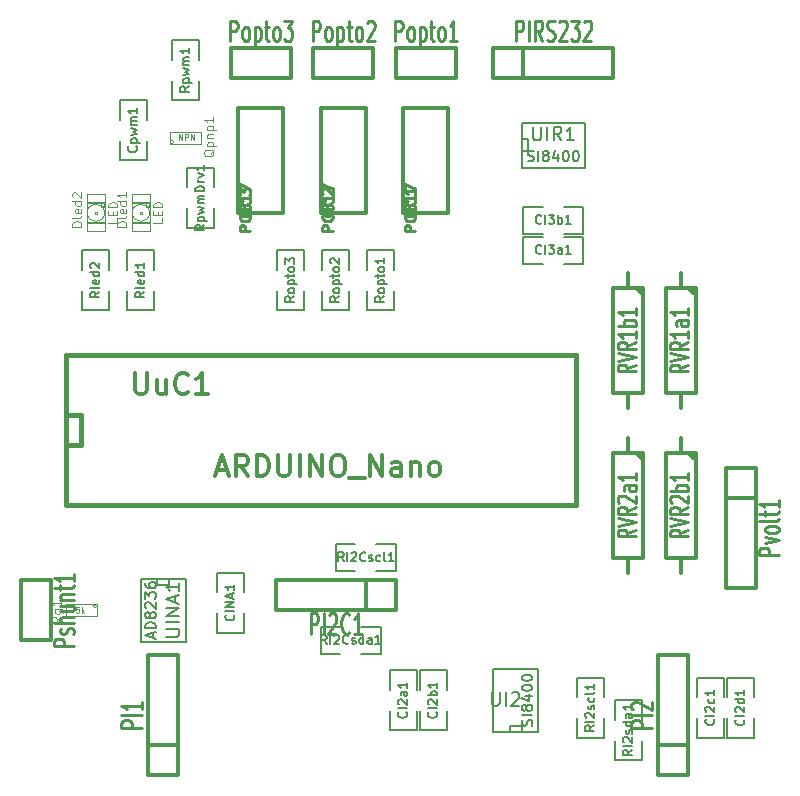
<source format=gto>
G04 (created by PCBNEW (22-Jun-2014 BZR 4027)-stable) date Wed 30 Jul 2014 00:04:27 NZST*
%MOIN*%
G04 Gerber Fmt 3.4, Leading zero omitted, Abs format*
%FSLAX34Y34*%
G01*
G70*
G90*
G04 APERTURE LIST*
%ADD10C,0.00590551*%
%ADD11C,0.005*%
%ADD12C,0.015*%
%ADD13C,0.012*%
%ADD14C,0.0031*%
%ADD15C,0.0026*%
%ADD16C,0.004*%
%ADD17C,0.006*%
%ADD18C,0.00875*%
%ADD19C,0.0047*%
%ADD20C,0.0039*%
%ADD21C,0.0107*%
%ADD22C,0.01*%
%ADD23C,0.0035*%
G04 APERTURE END LIST*
G54D10*
G54D11*
X88700Y-64050D02*
X88750Y-64050D01*
X88750Y-64050D02*
X88750Y-61950D01*
X87250Y-61950D02*
X87250Y-64050D01*
X87250Y-64050D02*
X88700Y-64050D01*
X87800Y-64050D02*
X87800Y-63850D01*
X87800Y-63850D02*
X88200Y-63850D01*
X88200Y-63850D02*
X88200Y-64050D01*
X87250Y-61950D02*
X88750Y-61950D01*
X88200Y-45200D02*
X88200Y-45250D01*
X88200Y-45250D02*
X90300Y-45250D01*
X90300Y-43750D02*
X88200Y-43750D01*
X88200Y-43750D02*
X88200Y-45200D01*
X88200Y-44300D02*
X88400Y-44300D01*
X88400Y-44300D02*
X88400Y-44700D01*
X88400Y-44700D02*
X88200Y-44700D01*
X90300Y-43750D02*
X90300Y-45250D01*
X75550Y-58950D02*
X75500Y-58950D01*
X75500Y-58950D02*
X75500Y-61050D01*
X77000Y-61050D02*
X77000Y-58950D01*
X77000Y-58950D02*
X75550Y-58950D01*
X76450Y-58950D02*
X76450Y-59150D01*
X76450Y-59150D02*
X76050Y-59150D01*
X76050Y-59150D02*
X76050Y-58950D01*
X77000Y-61050D02*
X75500Y-61050D01*
X95050Y-64250D02*
X95950Y-64250D01*
X95950Y-64250D02*
X95950Y-63600D01*
X95050Y-62900D02*
X95050Y-62250D01*
X95050Y-62250D02*
X95950Y-62250D01*
X95950Y-62250D02*
X95950Y-62900D01*
X95050Y-63600D02*
X95050Y-64250D01*
X78950Y-58750D02*
X78050Y-58750D01*
X78050Y-58750D02*
X78050Y-59400D01*
X78950Y-60100D02*
X78950Y-60750D01*
X78950Y-60750D02*
X78050Y-60750D01*
X78050Y-60750D02*
X78050Y-60100D01*
X78950Y-59400D02*
X78950Y-58750D01*
X90250Y-47450D02*
X90250Y-46550D01*
X90250Y-46550D02*
X89600Y-46550D01*
X88900Y-47450D02*
X88250Y-47450D01*
X88250Y-47450D02*
X88250Y-46550D01*
X88250Y-46550D02*
X88900Y-46550D01*
X89600Y-47450D02*
X90250Y-47450D01*
X90250Y-48450D02*
X90250Y-47550D01*
X90250Y-47550D02*
X89600Y-47550D01*
X88900Y-48450D02*
X88250Y-48450D01*
X88250Y-48450D02*
X88250Y-47550D01*
X88250Y-47550D02*
X88900Y-47550D01*
X89600Y-48450D02*
X90250Y-48450D01*
X94050Y-64250D02*
X94950Y-64250D01*
X94950Y-64250D02*
X94950Y-63600D01*
X94050Y-62900D02*
X94050Y-62250D01*
X94050Y-62250D02*
X94950Y-62250D01*
X94950Y-62250D02*
X94950Y-62900D01*
X94050Y-63600D02*
X94050Y-64250D01*
X84800Y-64000D02*
X85700Y-64000D01*
X85700Y-64000D02*
X85700Y-63350D01*
X84800Y-62650D02*
X84800Y-62000D01*
X84800Y-62000D02*
X85700Y-62000D01*
X85700Y-62000D02*
X85700Y-62650D01*
X84800Y-63350D02*
X84800Y-64000D01*
X83800Y-64000D02*
X84700Y-64000D01*
X84700Y-64000D02*
X84700Y-63350D01*
X83800Y-62650D02*
X83800Y-62000D01*
X83800Y-62000D02*
X84700Y-62000D01*
X84700Y-62000D02*
X84700Y-62650D01*
X83800Y-63350D02*
X83800Y-64000D01*
G54D12*
X73000Y-51500D02*
X90000Y-51500D01*
X90000Y-51500D02*
X90000Y-56500D01*
X90000Y-56500D02*
X73000Y-56500D01*
X73000Y-56500D02*
X73000Y-51500D01*
X73000Y-54500D02*
X73500Y-54500D01*
X73500Y-54500D02*
X73500Y-53500D01*
X73500Y-53500D02*
X73000Y-53500D01*
G54D13*
X84250Y-46750D02*
X85750Y-46750D01*
X85750Y-46750D02*
X85750Y-43250D01*
X85750Y-43250D02*
X84250Y-43250D01*
X84250Y-43250D02*
X84250Y-46750D01*
X81500Y-46750D02*
X83000Y-46750D01*
X83000Y-46750D02*
X83000Y-43250D01*
X83000Y-43250D02*
X81500Y-43250D01*
X81500Y-43250D02*
X81500Y-46750D01*
X78750Y-46750D02*
X80250Y-46750D01*
X80250Y-46750D02*
X80250Y-43250D01*
X80250Y-43250D02*
X78750Y-43250D01*
X78750Y-43250D02*
X78750Y-46750D01*
G54D14*
X76599Y-44388D02*
G75*
G03X76599Y-44388I-62J0D01*
G74*
G01*
X77500Y-44050D02*
X77500Y-44450D01*
X76475Y-44050D02*
X76475Y-44450D01*
X77500Y-44450D02*
X76475Y-44450D01*
X76475Y-44050D02*
X77500Y-44050D01*
X74025Y-59862D02*
G75*
G03X74025Y-59862I-62J0D01*
G74*
G01*
X73000Y-60200D02*
X73000Y-59800D01*
X74025Y-60200D02*
X74025Y-59800D01*
X73000Y-59800D02*
X74025Y-59800D01*
X74025Y-60200D02*
X73000Y-60200D01*
G54D11*
X80050Y-50000D02*
X80950Y-50000D01*
X80950Y-50000D02*
X80950Y-49350D01*
X80050Y-48650D02*
X80050Y-48000D01*
X80050Y-48000D02*
X80950Y-48000D01*
X80950Y-48000D02*
X80950Y-48650D01*
X80050Y-49350D02*
X80050Y-50000D01*
X81550Y-50000D02*
X82450Y-50000D01*
X82450Y-50000D02*
X82450Y-49350D01*
X81550Y-48650D02*
X81550Y-48000D01*
X81550Y-48000D02*
X82450Y-48000D01*
X82450Y-48000D02*
X82450Y-48650D01*
X81550Y-49350D02*
X81550Y-50000D01*
X83050Y-50000D02*
X83950Y-50000D01*
X83950Y-50000D02*
X83950Y-49350D01*
X83050Y-48650D02*
X83050Y-48000D01*
X83050Y-48000D02*
X83950Y-48000D01*
X83950Y-48000D02*
X83950Y-48650D01*
X83050Y-49350D02*
X83050Y-50000D01*
X77050Y-47250D02*
X77950Y-47250D01*
X77950Y-47250D02*
X77950Y-46600D01*
X77050Y-45900D02*
X77050Y-45250D01*
X77050Y-45250D02*
X77950Y-45250D01*
X77950Y-45250D02*
X77950Y-45900D01*
X77050Y-46600D02*
X77050Y-47250D01*
X83500Y-61450D02*
X83500Y-60550D01*
X83500Y-60550D02*
X82850Y-60550D01*
X82150Y-61450D02*
X81500Y-61450D01*
X81500Y-61450D02*
X81500Y-60550D01*
X81500Y-60550D02*
X82150Y-60550D01*
X82850Y-61450D02*
X83500Y-61450D01*
X75700Y-43000D02*
X74800Y-43000D01*
X74800Y-43000D02*
X74800Y-43650D01*
X75700Y-44350D02*
X75700Y-45000D01*
X75700Y-45000D02*
X74800Y-45000D01*
X74800Y-45000D02*
X74800Y-44350D01*
X75700Y-43650D02*
X75700Y-43000D01*
X76550Y-43000D02*
X77450Y-43000D01*
X77450Y-43000D02*
X77450Y-42350D01*
X76550Y-41650D02*
X76550Y-41000D01*
X76550Y-41000D02*
X77450Y-41000D01*
X77450Y-41000D02*
X77450Y-41650D01*
X76550Y-42350D02*
X76550Y-43000D01*
X75050Y-50000D02*
X75950Y-50000D01*
X75950Y-50000D02*
X75950Y-49350D01*
X75050Y-48650D02*
X75050Y-48000D01*
X75050Y-48000D02*
X75950Y-48000D01*
X75950Y-48000D02*
X75950Y-48650D01*
X75050Y-49350D02*
X75050Y-50000D01*
X73550Y-50000D02*
X74450Y-50000D01*
X74450Y-50000D02*
X74450Y-49350D01*
X73550Y-48650D02*
X73550Y-48000D01*
X73550Y-48000D02*
X74450Y-48000D01*
X74450Y-48000D02*
X74450Y-48650D01*
X73550Y-49350D02*
X73550Y-50000D01*
X90050Y-64250D02*
X90950Y-64250D01*
X90950Y-64250D02*
X90950Y-63600D01*
X90050Y-62900D02*
X90050Y-62250D01*
X90050Y-62250D02*
X90950Y-62250D01*
X90950Y-62250D02*
X90950Y-62900D01*
X90050Y-63600D02*
X90050Y-64250D01*
X91300Y-65000D02*
X92200Y-65000D01*
X92200Y-65000D02*
X92200Y-64350D01*
X91300Y-63650D02*
X91300Y-63000D01*
X91300Y-63000D02*
X92200Y-63000D01*
X92200Y-63000D02*
X92200Y-63650D01*
X91300Y-64350D02*
X91300Y-65000D01*
X84000Y-58700D02*
X84000Y-57800D01*
X84000Y-57800D02*
X83350Y-57800D01*
X82650Y-58700D02*
X82000Y-58700D01*
X82000Y-58700D02*
X82000Y-57800D01*
X82000Y-57800D02*
X82650Y-57800D01*
X83350Y-58700D02*
X84000Y-58700D01*
G54D13*
X87250Y-41250D02*
X87250Y-41250D01*
X87250Y-42250D02*
X87250Y-41250D01*
X87250Y-41250D02*
X87250Y-41250D01*
X87250Y-41250D02*
X91250Y-41250D01*
X91250Y-41250D02*
X91250Y-42250D01*
X91250Y-42250D02*
X87250Y-42250D01*
X88250Y-42250D02*
X88250Y-41250D01*
X96000Y-55250D02*
X96000Y-55250D01*
X95000Y-55250D02*
X96000Y-55250D01*
X96000Y-55250D02*
X96000Y-55250D01*
X96000Y-55250D02*
X96000Y-59250D01*
X96000Y-59250D02*
X95000Y-59250D01*
X95000Y-59250D02*
X95000Y-55250D01*
X95000Y-56250D02*
X96000Y-56250D01*
X75750Y-65500D02*
X75750Y-65500D01*
X76750Y-65500D02*
X75750Y-65500D01*
X75750Y-65500D02*
X75750Y-65500D01*
X75750Y-65500D02*
X75750Y-61500D01*
X75750Y-61500D02*
X76750Y-61500D01*
X76750Y-61500D02*
X76750Y-65500D01*
X76750Y-64500D02*
X75750Y-64500D01*
X92750Y-65500D02*
X92750Y-65500D01*
X93750Y-65500D02*
X92750Y-65500D01*
X92750Y-65500D02*
X92750Y-65500D01*
X92750Y-65500D02*
X92750Y-61500D01*
X92750Y-61500D02*
X93750Y-61500D01*
X93750Y-61500D02*
X93750Y-65500D01*
X93750Y-64500D02*
X92750Y-64500D01*
X84000Y-60000D02*
X84000Y-60000D01*
X84000Y-59000D02*
X84000Y-60000D01*
X84000Y-60000D02*
X84000Y-60000D01*
X84000Y-60000D02*
X80000Y-60000D01*
X80000Y-60000D02*
X80000Y-59000D01*
X80000Y-59000D02*
X84000Y-59000D01*
X83000Y-59000D02*
X83000Y-60000D01*
X78500Y-42250D02*
X78500Y-41250D01*
X78500Y-41250D02*
X80500Y-41250D01*
X80500Y-41250D02*
X80500Y-42250D01*
X80500Y-42250D02*
X78500Y-42250D01*
X71500Y-59000D02*
X72500Y-59000D01*
X72500Y-59000D02*
X72500Y-61000D01*
X72500Y-61000D02*
X71500Y-61000D01*
X71500Y-61000D02*
X71500Y-59000D01*
X81250Y-42250D02*
X81250Y-41250D01*
X81250Y-41250D02*
X83250Y-41250D01*
X83250Y-41250D02*
X83250Y-42250D01*
X83250Y-42250D02*
X81250Y-42250D01*
X84000Y-42250D02*
X84000Y-41250D01*
X84000Y-41250D02*
X86000Y-41250D01*
X86000Y-41250D02*
X86000Y-42250D01*
X86000Y-42250D02*
X84000Y-42250D01*
X94000Y-54750D02*
X93000Y-54750D01*
X93000Y-54750D02*
X93000Y-58250D01*
X93000Y-58250D02*
X94000Y-58250D01*
X94000Y-58250D02*
X94000Y-54750D01*
X93750Y-54750D02*
X94000Y-55000D01*
X93500Y-54750D02*
X93500Y-54250D01*
X93500Y-58250D02*
X93500Y-58750D01*
X92250Y-54750D02*
X91250Y-54750D01*
X91250Y-54750D02*
X91250Y-58250D01*
X91250Y-58250D02*
X92250Y-58250D01*
X92250Y-58250D02*
X92250Y-54750D01*
X92000Y-54750D02*
X92250Y-55000D01*
X91750Y-54750D02*
X91750Y-54250D01*
X91750Y-58250D02*
X91750Y-58750D01*
X92250Y-49250D02*
X91250Y-49250D01*
X91250Y-49250D02*
X91250Y-52750D01*
X91250Y-52750D02*
X92250Y-52750D01*
X92250Y-52750D02*
X92250Y-49250D01*
X92000Y-49250D02*
X92250Y-49500D01*
X91750Y-49250D02*
X91750Y-48750D01*
X91750Y-52750D02*
X91750Y-53250D01*
X94000Y-49250D02*
X93000Y-49250D01*
X93000Y-49250D02*
X93000Y-52750D01*
X93000Y-52750D02*
X94000Y-52750D01*
X94000Y-52750D02*
X94000Y-49250D01*
X93750Y-49250D02*
X94000Y-49500D01*
X93500Y-49250D02*
X93500Y-48750D01*
X93500Y-52750D02*
X93500Y-53250D01*
G54D15*
X74039Y-46789D02*
X74039Y-46711D01*
X74039Y-46711D02*
X73961Y-46711D01*
X73961Y-46789D02*
X73961Y-46711D01*
X74039Y-46789D02*
X73961Y-46789D01*
X74275Y-46573D02*
X74275Y-46436D01*
X74275Y-46436D02*
X74177Y-46436D01*
X74177Y-46573D02*
X74177Y-46436D01*
X74275Y-46573D02*
X74177Y-46573D01*
X74275Y-46436D02*
X74275Y-46396D01*
X74275Y-46396D02*
X73804Y-46396D01*
X73804Y-46436D02*
X73804Y-46396D01*
X74275Y-46436D02*
X73804Y-46436D01*
X73784Y-46436D02*
X73784Y-46396D01*
X73784Y-46396D02*
X73725Y-46396D01*
X73725Y-46436D02*
X73725Y-46396D01*
X73784Y-46436D02*
X73725Y-46436D01*
X74275Y-47104D02*
X74275Y-47064D01*
X74275Y-47064D02*
X73804Y-47064D01*
X73804Y-47104D02*
X73804Y-47064D01*
X74275Y-47104D02*
X73804Y-47104D01*
X73784Y-47104D02*
X73784Y-47064D01*
X73784Y-47064D02*
X73725Y-47064D01*
X73725Y-47104D02*
X73725Y-47064D01*
X73784Y-47104D02*
X73725Y-47104D01*
X74275Y-46573D02*
X74275Y-46514D01*
X74275Y-46514D02*
X74177Y-46514D01*
X74177Y-46573D02*
X74177Y-46514D01*
X74275Y-46573D02*
X74177Y-46573D01*
G54D16*
X74295Y-46140D02*
X74295Y-47360D01*
X74295Y-47360D02*
X73705Y-47360D01*
X73705Y-47360D02*
X73705Y-46140D01*
X73705Y-46140D02*
X74295Y-46140D01*
X74196Y-46965D02*
G75*
G03X74195Y-46533I-196J215D01*
G74*
G01*
X73803Y-46965D02*
G75*
G03X74195Y-46966I196J215D01*
G74*
G01*
X73803Y-46534D02*
G75*
G03X73804Y-46966I196J-215D01*
G74*
G01*
X74196Y-46534D02*
G75*
G03X73804Y-46533I-196J-215D01*
G74*
G01*
G54D15*
X75539Y-46789D02*
X75539Y-46711D01*
X75539Y-46711D02*
X75461Y-46711D01*
X75461Y-46789D02*
X75461Y-46711D01*
X75539Y-46789D02*
X75461Y-46789D01*
X75775Y-46573D02*
X75775Y-46436D01*
X75775Y-46436D02*
X75677Y-46436D01*
X75677Y-46573D02*
X75677Y-46436D01*
X75775Y-46573D02*
X75677Y-46573D01*
X75775Y-46436D02*
X75775Y-46396D01*
X75775Y-46396D02*
X75304Y-46396D01*
X75304Y-46436D02*
X75304Y-46396D01*
X75775Y-46436D02*
X75304Y-46436D01*
X75284Y-46436D02*
X75284Y-46396D01*
X75284Y-46396D02*
X75225Y-46396D01*
X75225Y-46436D02*
X75225Y-46396D01*
X75284Y-46436D02*
X75225Y-46436D01*
X75775Y-47104D02*
X75775Y-47064D01*
X75775Y-47064D02*
X75304Y-47064D01*
X75304Y-47104D02*
X75304Y-47064D01*
X75775Y-47104D02*
X75304Y-47104D01*
X75284Y-47104D02*
X75284Y-47064D01*
X75284Y-47064D02*
X75225Y-47064D01*
X75225Y-47104D02*
X75225Y-47064D01*
X75284Y-47104D02*
X75225Y-47104D01*
X75775Y-46573D02*
X75775Y-46514D01*
X75775Y-46514D02*
X75677Y-46514D01*
X75677Y-46573D02*
X75677Y-46514D01*
X75775Y-46573D02*
X75677Y-46573D01*
G54D16*
X75795Y-46140D02*
X75795Y-47360D01*
X75795Y-47360D02*
X75205Y-47360D01*
X75205Y-47360D02*
X75205Y-46140D01*
X75205Y-46140D02*
X75795Y-46140D01*
X75696Y-46965D02*
G75*
G03X75695Y-46533I-196J215D01*
G74*
G01*
X75303Y-46965D02*
G75*
G03X75695Y-46966I196J215D01*
G74*
G01*
X75303Y-46534D02*
G75*
G03X75304Y-46966I196J-215D01*
G74*
G01*
X75696Y-46534D02*
G75*
G03X75304Y-46533I-196J-215D01*
G74*
G01*
G54D17*
X87200Y-62732D02*
X87200Y-63096D01*
X87221Y-63139D01*
X87242Y-63160D01*
X87285Y-63182D01*
X87371Y-63182D01*
X87414Y-63160D01*
X87435Y-63139D01*
X87457Y-63096D01*
X87457Y-62732D01*
X87671Y-63182D02*
X87671Y-62732D01*
X87864Y-62775D02*
X87885Y-62753D01*
X87928Y-62732D01*
X88035Y-62732D01*
X88078Y-62753D01*
X88100Y-62775D01*
X88121Y-62817D01*
X88121Y-62860D01*
X88100Y-62925D01*
X87842Y-63182D01*
X88121Y-63182D01*
X88525Y-63850D02*
X88541Y-63800D01*
X88541Y-63716D01*
X88525Y-63683D01*
X88508Y-63666D01*
X88475Y-63650D01*
X88441Y-63650D01*
X88408Y-63666D01*
X88391Y-63683D01*
X88375Y-63716D01*
X88358Y-63783D01*
X88341Y-63816D01*
X88325Y-63833D01*
X88291Y-63850D01*
X88258Y-63850D01*
X88225Y-63833D01*
X88208Y-63816D01*
X88191Y-63783D01*
X88191Y-63700D01*
X88208Y-63650D01*
X88541Y-63500D02*
X88191Y-63500D01*
X88341Y-63283D02*
X88325Y-63316D01*
X88308Y-63333D01*
X88275Y-63350D01*
X88258Y-63350D01*
X88225Y-63333D01*
X88208Y-63316D01*
X88191Y-63283D01*
X88191Y-63216D01*
X88208Y-63183D01*
X88225Y-63166D01*
X88258Y-63150D01*
X88275Y-63150D01*
X88308Y-63166D01*
X88325Y-63183D01*
X88341Y-63216D01*
X88341Y-63283D01*
X88358Y-63316D01*
X88375Y-63333D01*
X88408Y-63350D01*
X88475Y-63350D01*
X88508Y-63333D01*
X88525Y-63316D01*
X88541Y-63283D01*
X88541Y-63216D01*
X88525Y-63183D01*
X88508Y-63166D01*
X88475Y-63150D01*
X88408Y-63150D01*
X88375Y-63166D01*
X88358Y-63183D01*
X88341Y-63216D01*
X88308Y-62850D02*
X88541Y-62850D01*
X88175Y-62933D02*
X88425Y-63016D01*
X88425Y-62800D01*
X88191Y-62600D02*
X88191Y-62566D01*
X88208Y-62533D01*
X88225Y-62516D01*
X88258Y-62500D01*
X88325Y-62483D01*
X88408Y-62483D01*
X88475Y-62500D01*
X88508Y-62516D01*
X88525Y-62533D01*
X88541Y-62566D01*
X88541Y-62600D01*
X88525Y-62633D01*
X88508Y-62650D01*
X88475Y-62666D01*
X88408Y-62683D01*
X88325Y-62683D01*
X88258Y-62666D01*
X88225Y-62650D01*
X88208Y-62633D01*
X88191Y-62600D01*
X88191Y-62266D02*
X88191Y-62233D01*
X88208Y-62200D01*
X88225Y-62183D01*
X88258Y-62166D01*
X88325Y-62150D01*
X88408Y-62150D01*
X88475Y-62166D01*
X88508Y-62183D01*
X88525Y-62200D01*
X88541Y-62233D01*
X88541Y-62266D01*
X88525Y-62300D01*
X88508Y-62316D01*
X88475Y-62333D01*
X88408Y-62350D01*
X88325Y-62350D01*
X88258Y-62333D01*
X88225Y-62316D01*
X88208Y-62300D01*
X88191Y-62266D01*
X88575Y-43882D02*
X88575Y-44246D01*
X88596Y-44289D01*
X88617Y-44310D01*
X88660Y-44332D01*
X88746Y-44332D01*
X88789Y-44310D01*
X88810Y-44289D01*
X88832Y-44246D01*
X88832Y-43882D01*
X89046Y-44332D02*
X89046Y-43882D01*
X89517Y-44332D02*
X89367Y-44117D01*
X89260Y-44332D02*
X89260Y-43882D01*
X89432Y-43882D01*
X89475Y-43903D01*
X89496Y-43925D01*
X89517Y-43967D01*
X89517Y-44032D01*
X89496Y-44075D01*
X89475Y-44096D01*
X89432Y-44117D01*
X89260Y-44117D01*
X89946Y-44332D02*
X89689Y-44332D01*
X89817Y-44332D02*
X89817Y-43882D01*
X89775Y-43946D01*
X89732Y-43989D01*
X89689Y-44010D01*
X88399Y-45025D02*
X88449Y-45041D01*
X88533Y-45041D01*
X88566Y-45025D01*
X88583Y-45008D01*
X88599Y-44975D01*
X88599Y-44941D01*
X88583Y-44908D01*
X88566Y-44891D01*
X88533Y-44875D01*
X88466Y-44858D01*
X88433Y-44841D01*
X88416Y-44825D01*
X88399Y-44791D01*
X88399Y-44758D01*
X88416Y-44725D01*
X88433Y-44708D01*
X88466Y-44691D01*
X88549Y-44691D01*
X88599Y-44708D01*
X88750Y-45041D02*
X88750Y-44691D01*
X88966Y-44841D02*
X88933Y-44825D01*
X88916Y-44808D01*
X88899Y-44775D01*
X88899Y-44758D01*
X88916Y-44725D01*
X88933Y-44708D01*
X88966Y-44691D01*
X89033Y-44691D01*
X89066Y-44708D01*
X89083Y-44725D01*
X89099Y-44758D01*
X89099Y-44775D01*
X89083Y-44808D01*
X89066Y-44825D01*
X89033Y-44841D01*
X88966Y-44841D01*
X88933Y-44858D01*
X88916Y-44875D01*
X88899Y-44908D01*
X88899Y-44975D01*
X88916Y-45008D01*
X88933Y-45025D01*
X88966Y-45041D01*
X89033Y-45041D01*
X89066Y-45025D01*
X89083Y-45008D01*
X89099Y-44975D01*
X89099Y-44908D01*
X89083Y-44875D01*
X89066Y-44858D01*
X89033Y-44841D01*
X89400Y-44808D02*
X89400Y-45041D01*
X89316Y-44675D02*
X89233Y-44925D01*
X89450Y-44925D01*
X89650Y-44691D02*
X89683Y-44691D01*
X89716Y-44708D01*
X89733Y-44725D01*
X89750Y-44758D01*
X89766Y-44825D01*
X89766Y-44908D01*
X89750Y-44975D01*
X89733Y-45008D01*
X89716Y-45025D01*
X89683Y-45041D01*
X89650Y-45041D01*
X89616Y-45025D01*
X89600Y-45008D01*
X89583Y-44975D01*
X89566Y-44908D01*
X89566Y-44825D01*
X89583Y-44758D01*
X89600Y-44725D01*
X89616Y-44708D01*
X89650Y-44691D01*
X89983Y-44691D02*
X90016Y-44691D01*
X90050Y-44708D01*
X90066Y-44725D01*
X90083Y-44758D01*
X90100Y-44825D01*
X90100Y-44908D01*
X90083Y-44975D01*
X90066Y-45008D01*
X90050Y-45025D01*
X90016Y-45041D01*
X89983Y-45041D01*
X89950Y-45025D01*
X89933Y-45008D01*
X89916Y-44975D01*
X89900Y-44908D01*
X89900Y-44825D01*
X89916Y-44758D01*
X89933Y-44725D01*
X89950Y-44708D01*
X89983Y-44691D01*
X76332Y-60878D02*
X76696Y-60878D01*
X76739Y-60857D01*
X76760Y-60835D01*
X76782Y-60792D01*
X76782Y-60707D01*
X76760Y-60664D01*
X76739Y-60642D01*
X76696Y-60621D01*
X76332Y-60621D01*
X76782Y-60407D02*
X76332Y-60407D01*
X76782Y-60192D02*
X76332Y-60192D01*
X76782Y-59935D01*
X76332Y-59935D01*
X76653Y-59742D02*
X76653Y-59528D01*
X76782Y-59785D02*
X76332Y-59635D01*
X76782Y-59485D01*
X76782Y-59099D02*
X76782Y-59357D01*
X76782Y-59228D02*
X76332Y-59228D01*
X76396Y-59271D01*
X76439Y-59314D01*
X76460Y-59357D01*
X75891Y-60925D02*
X75891Y-60758D01*
X75991Y-60958D02*
X75641Y-60841D01*
X75991Y-60725D01*
X75991Y-60608D02*
X75641Y-60608D01*
X75641Y-60525D01*
X75658Y-60475D01*
X75691Y-60441D01*
X75725Y-60425D01*
X75791Y-60408D01*
X75841Y-60408D01*
X75908Y-60425D01*
X75941Y-60441D01*
X75975Y-60475D01*
X75991Y-60525D01*
X75991Y-60608D01*
X75791Y-60208D02*
X75775Y-60241D01*
X75758Y-60258D01*
X75725Y-60275D01*
X75708Y-60275D01*
X75675Y-60258D01*
X75658Y-60241D01*
X75641Y-60208D01*
X75641Y-60141D01*
X75658Y-60108D01*
X75675Y-60091D01*
X75708Y-60075D01*
X75725Y-60075D01*
X75758Y-60091D01*
X75775Y-60108D01*
X75791Y-60141D01*
X75791Y-60208D01*
X75808Y-60241D01*
X75825Y-60258D01*
X75858Y-60275D01*
X75925Y-60275D01*
X75958Y-60258D01*
X75975Y-60241D01*
X75991Y-60208D01*
X75991Y-60141D01*
X75975Y-60108D01*
X75958Y-60091D01*
X75925Y-60075D01*
X75858Y-60075D01*
X75825Y-60091D01*
X75808Y-60108D01*
X75791Y-60141D01*
X75675Y-59941D02*
X75658Y-59925D01*
X75641Y-59891D01*
X75641Y-59808D01*
X75658Y-59775D01*
X75675Y-59758D01*
X75708Y-59741D01*
X75741Y-59741D01*
X75791Y-59758D01*
X75991Y-59958D01*
X75991Y-59741D01*
X75641Y-59625D02*
X75641Y-59408D01*
X75775Y-59525D01*
X75775Y-59475D01*
X75791Y-59441D01*
X75808Y-59425D01*
X75841Y-59408D01*
X75925Y-59408D01*
X75958Y-59425D01*
X75975Y-59441D01*
X75991Y-59475D01*
X75991Y-59575D01*
X75975Y-59608D01*
X75958Y-59625D01*
X75641Y-59108D02*
X75641Y-59175D01*
X75658Y-59208D01*
X75675Y-59225D01*
X75725Y-59258D01*
X75791Y-59275D01*
X75925Y-59275D01*
X75958Y-59258D01*
X75975Y-59241D01*
X75991Y-59208D01*
X75991Y-59141D01*
X75975Y-59108D01*
X75958Y-59091D01*
X75925Y-59075D01*
X75841Y-59075D01*
X75808Y-59091D01*
X75791Y-59108D01*
X75775Y-59141D01*
X75775Y-59208D01*
X75791Y-59241D01*
X75808Y-59258D01*
X75841Y-59275D01*
G54D11*
X95592Y-63650D02*
X95607Y-63664D01*
X95621Y-63707D01*
X95621Y-63735D01*
X95607Y-63778D01*
X95578Y-63807D01*
X95550Y-63821D01*
X95492Y-63835D01*
X95450Y-63835D01*
X95392Y-63821D01*
X95364Y-63807D01*
X95335Y-63778D01*
X95321Y-63735D01*
X95321Y-63707D01*
X95335Y-63664D01*
X95350Y-63650D01*
X95621Y-63521D02*
X95321Y-63521D01*
X95350Y-63392D02*
X95335Y-63378D01*
X95321Y-63350D01*
X95321Y-63278D01*
X95335Y-63250D01*
X95350Y-63235D01*
X95378Y-63221D01*
X95407Y-63221D01*
X95450Y-63235D01*
X95621Y-63407D01*
X95621Y-63221D01*
X95621Y-62964D02*
X95321Y-62964D01*
X95607Y-62964D02*
X95621Y-62992D01*
X95621Y-63050D01*
X95607Y-63078D01*
X95592Y-63092D01*
X95564Y-63107D01*
X95478Y-63107D01*
X95450Y-63092D01*
X95435Y-63078D01*
X95421Y-63050D01*
X95421Y-62992D01*
X95435Y-62964D01*
X95621Y-62664D02*
X95621Y-62835D01*
X95621Y-62750D02*
X95321Y-62750D01*
X95364Y-62778D01*
X95392Y-62807D01*
X95407Y-62835D01*
X78592Y-60157D02*
X78607Y-60171D01*
X78621Y-60214D01*
X78621Y-60242D01*
X78607Y-60285D01*
X78578Y-60314D01*
X78550Y-60328D01*
X78492Y-60342D01*
X78450Y-60342D01*
X78392Y-60328D01*
X78364Y-60314D01*
X78335Y-60285D01*
X78321Y-60242D01*
X78321Y-60214D01*
X78335Y-60171D01*
X78350Y-60157D01*
X78621Y-60028D02*
X78321Y-60028D01*
X78621Y-59885D02*
X78321Y-59885D01*
X78621Y-59714D01*
X78321Y-59714D01*
X78535Y-59585D02*
X78535Y-59442D01*
X78621Y-59614D02*
X78321Y-59514D01*
X78621Y-59414D01*
X78621Y-59157D02*
X78621Y-59328D01*
X78621Y-59242D02*
X78321Y-59242D01*
X78364Y-59271D01*
X78392Y-59300D01*
X78407Y-59328D01*
X88850Y-47092D02*
X88835Y-47107D01*
X88792Y-47121D01*
X88764Y-47121D01*
X88721Y-47107D01*
X88692Y-47078D01*
X88678Y-47050D01*
X88664Y-46992D01*
X88664Y-46950D01*
X88678Y-46892D01*
X88692Y-46864D01*
X88721Y-46835D01*
X88764Y-46821D01*
X88792Y-46821D01*
X88835Y-46835D01*
X88850Y-46850D01*
X88978Y-47121D02*
X88978Y-46821D01*
X89092Y-46821D02*
X89278Y-46821D01*
X89178Y-46935D01*
X89221Y-46935D01*
X89250Y-46950D01*
X89264Y-46964D01*
X89278Y-46992D01*
X89278Y-47064D01*
X89264Y-47092D01*
X89250Y-47107D01*
X89221Y-47121D01*
X89135Y-47121D01*
X89107Y-47107D01*
X89092Y-47092D01*
X89407Y-47121D02*
X89407Y-46821D01*
X89407Y-46935D02*
X89435Y-46921D01*
X89492Y-46921D01*
X89521Y-46935D01*
X89535Y-46950D01*
X89550Y-46978D01*
X89550Y-47064D01*
X89535Y-47092D01*
X89521Y-47107D01*
X89492Y-47121D01*
X89435Y-47121D01*
X89407Y-47107D01*
X89835Y-47121D02*
X89664Y-47121D01*
X89750Y-47121D02*
X89750Y-46821D01*
X89721Y-46864D01*
X89692Y-46892D01*
X89664Y-46907D01*
X88850Y-48092D02*
X88835Y-48107D01*
X88792Y-48121D01*
X88764Y-48121D01*
X88721Y-48107D01*
X88692Y-48078D01*
X88678Y-48050D01*
X88664Y-47992D01*
X88664Y-47950D01*
X88678Y-47892D01*
X88692Y-47864D01*
X88721Y-47835D01*
X88764Y-47821D01*
X88792Y-47821D01*
X88835Y-47835D01*
X88850Y-47850D01*
X88978Y-48121D02*
X88978Y-47821D01*
X89092Y-47821D02*
X89278Y-47821D01*
X89178Y-47935D01*
X89221Y-47935D01*
X89250Y-47950D01*
X89264Y-47964D01*
X89278Y-47992D01*
X89278Y-48064D01*
X89264Y-48092D01*
X89250Y-48107D01*
X89221Y-48121D01*
X89135Y-48121D01*
X89107Y-48107D01*
X89092Y-48092D01*
X89535Y-48121D02*
X89535Y-47964D01*
X89521Y-47935D01*
X89492Y-47921D01*
X89435Y-47921D01*
X89407Y-47935D01*
X89535Y-48107D02*
X89507Y-48121D01*
X89435Y-48121D01*
X89407Y-48107D01*
X89392Y-48078D01*
X89392Y-48050D01*
X89407Y-48021D01*
X89435Y-48007D01*
X89507Y-48007D01*
X89535Y-47992D01*
X89835Y-48121D02*
X89664Y-48121D01*
X89750Y-48121D02*
X89750Y-47821D01*
X89721Y-47864D01*
X89692Y-47892D01*
X89664Y-47907D01*
X94592Y-63642D02*
X94607Y-63657D01*
X94621Y-63700D01*
X94621Y-63728D01*
X94607Y-63771D01*
X94578Y-63800D01*
X94550Y-63814D01*
X94492Y-63828D01*
X94450Y-63828D01*
X94392Y-63814D01*
X94364Y-63800D01*
X94335Y-63771D01*
X94321Y-63728D01*
X94321Y-63700D01*
X94335Y-63657D01*
X94350Y-63642D01*
X94621Y-63514D02*
X94321Y-63514D01*
X94350Y-63385D02*
X94335Y-63371D01*
X94321Y-63342D01*
X94321Y-63271D01*
X94335Y-63242D01*
X94350Y-63228D01*
X94378Y-63214D01*
X94407Y-63214D01*
X94450Y-63228D01*
X94621Y-63400D01*
X94621Y-63214D01*
X94607Y-62957D02*
X94621Y-62985D01*
X94621Y-63042D01*
X94607Y-63071D01*
X94592Y-63085D01*
X94564Y-63100D01*
X94478Y-63100D01*
X94450Y-63085D01*
X94435Y-63071D01*
X94421Y-63042D01*
X94421Y-62985D01*
X94435Y-62957D01*
X94621Y-62671D02*
X94621Y-62842D01*
X94621Y-62757D02*
X94321Y-62757D01*
X94364Y-62785D01*
X94392Y-62814D01*
X94407Y-62842D01*
X85342Y-63400D02*
X85357Y-63414D01*
X85371Y-63457D01*
X85371Y-63485D01*
X85357Y-63528D01*
X85328Y-63557D01*
X85300Y-63571D01*
X85242Y-63585D01*
X85200Y-63585D01*
X85142Y-63571D01*
X85114Y-63557D01*
X85085Y-63528D01*
X85071Y-63485D01*
X85071Y-63457D01*
X85085Y-63414D01*
X85100Y-63400D01*
X85371Y-63271D02*
X85071Y-63271D01*
X85100Y-63142D02*
X85085Y-63128D01*
X85071Y-63100D01*
X85071Y-63028D01*
X85085Y-63000D01*
X85100Y-62985D01*
X85128Y-62971D01*
X85157Y-62971D01*
X85200Y-62985D01*
X85371Y-63157D01*
X85371Y-62971D01*
X85371Y-62842D02*
X85071Y-62842D01*
X85185Y-62842D02*
X85171Y-62814D01*
X85171Y-62757D01*
X85185Y-62728D01*
X85200Y-62714D01*
X85228Y-62700D01*
X85314Y-62700D01*
X85342Y-62714D01*
X85357Y-62728D01*
X85371Y-62757D01*
X85371Y-62814D01*
X85357Y-62842D01*
X85371Y-62414D02*
X85371Y-62585D01*
X85371Y-62500D02*
X85071Y-62500D01*
X85114Y-62528D01*
X85142Y-62557D01*
X85157Y-62585D01*
X84342Y-63400D02*
X84357Y-63414D01*
X84371Y-63457D01*
X84371Y-63485D01*
X84357Y-63528D01*
X84328Y-63557D01*
X84300Y-63571D01*
X84242Y-63585D01*
X84200Y-63585D01*
X84142Y-63571D01*
X84114Y-63557D01*
X84085Y-63528D01*
X84071Y-63485D01*
X84071Y-63457D01*
X84085Y-63414D01*
X84100Y-63400D01*
X84371Y-63271D02*
X84071Y-63271D01*
X84100Y-63142D02*
X84085Y-63128D01*
X84071Y-63100D01*
X84071Y-63028D01*
X84085Y-63000D01*
X84100Y-62985D01*
X84128Y-62971D01*
X84157Y-62971D01*
X84200Y-62985D01*
X84371Y-63157D01*
X84371Y-62971D01*
X84371Y-62714D02*
X84214Y-62714D01*
X84185Y-62728D01*
X84171Y-62757D01*
X84171Y-62814D01*
X84185Y-62842D01*
X84357Y-62714D02*
X84371Y-62742D01*
X84371Y-62814D01*
X84357Y-62842D01*
X84328Y-62857D01*
X84300Y-62857D01*
X84271Y-62842D01*
X84257Y-62814D01*
X84257Y-62742D01*
X84242Y-62714D01*
X84371Y-62414D02*
X84371Y-62585D01*
X84371Y-62500D02*
X84071Y-62500D01*
X84114Y-62528D01*
X84142Y-62557D01*
X84157Y-62585D01*
G54D13*
X75300Y-52083D02*
X75300Y-52650D01*
X75333Y-52716D01*
X75366Y-52750D01*
X75433Y-52783D01*
X75566Y-52783D01*
X75633Y-52750D01*
X75666Y-52716D01*
X75700Y-52650D01*
X75700Y-52083D01*
X76333Y-52316D02*
X76333Y-52783D01*
X76033Y-52316D02*
X76033Y-52683D01*
X76066Y-52750D01*
X76133Y-52783D01*
X76233Y-52783D01*
X76300Y-52750D01*
X76333Y-52716D01*
X77066Y-52716D02*
X77033Y-52750D01*
X76933Y-52783D01*
X76866Y-52783D01*
X76766Y-52750D01*
X76700Y-52683D01*
X76666Y-52616D01*
X76633Y-52483D01*
X76633Y-52383D01*
X76666Y-52250D01*
X76700Y-52183D01*
X76766Y-52116D01*
X76866Y-52083D01*
X76933Y-52083D01*
X77033Y-52116D01*
X77066Y-52150D01*
X77733Y-52783D02*
X77333Y-52783D01*
X77533Y-52783D02*
X77533Y-52083D01*
X77466Y-52183D01*
X77400Y-52250D01*
X77333Y-52283D01*
X78033Y-55333D02*
X78366Y-55333D01*
X77966Y-55533D02*
X78199Y-54833D01*
X78433Y-55533D01*
X79066Y-55533D02*
X78833Y-55200D01*
X78666Y-55533D02*
X78666Y-54833D01*
X78933Y-54833D01*
X78999Y-54866D01*
X79033Y-54900D01*
X79066Y-54966D01*
X79066Y-55066D01*
X79033Y-55133D01*
X78999Y-55166D01*
X78933Y-55200D01*
X78666Y-55200D01*
X79366Y-55533D02*
X79366Y-54833D01*
X79533Y-54833D01*
X79633Y-54866D01*
X79699Y-54933D01*
X79733Y-55000D01*
X79766Y-55133D01*
X79766Y-55233D01*
X79733Y-55366D01*
X79699Y-55433D01*
X79633Y-55500D01*
X79533Y-55533D01*
X79366Y-55533D01*
X80066Y-54833D02*
X80066Y-55400D01*
X80099Y-55466D01*
X80133Y-55500D01*
X80199Y-55533D01*
X80333Y-55533D01*
X80399Y-55500D01*
X80433Y-55466D01*
X80466Y-55400D01*
X80466Y-54833D01*
X80799Y-55533D02*
X80799Y-54833D01*
X81133Y-55533D02*
X81133Y-54833D01*
X81533Y-55533D01*
X81533Y-54833D01*
X82000Y-54833D02*
X82133Y-54833D01*
X82200Y-54866D01*
X82266Y-54933D01*
X82300Y-55066D01*
X82300Y-55300D01*
X82266Y-55433D01*
X82200Y-55500D01*
X82133Y-55533D01*
X82000Y-55533D01*
X81933Y-55500D01*
X81866Y-55433D01*
X81833Y-55300D01*
X81833Y-55066D01*
X81866Y-54933D01*
X81933Y-54866D01*
X82000Y-54833D01*
X82433Y-55600D02*
X82966Y-55600D01*
X83133Y-55533D02*
X83133Y-54833D01*
X83533Y-55533D01*
X83533Y-54833D01*
X84166Y-55533D02*
X84166Y-55166D01*
X84133Y-55100D01*
X84066Y-55066D01*
X83933Y-55066D01*
X83866Y-55100D01*
X84166Y-55500D02*
X84100Y-55533D01*
X83933Y-55533D01*
X83866Y-55500D01*
X83833Y-55433D01*
X83833Y-55366D01*
X83866Y-55300D01*
X83933Y-55266D01*
X84100Y-55266D01*
X84166Y-55233D01*
X84500Y-55066D02*
X84500Y-55533D01*
X84500Y-55133D02*
X84533Y-55100D01*
X84600Y-55066D01*
X84700Y-55066D01*
X84766Y-55100D01*
X84800Y-55166D01*
X84800Y-55533D01*
X85233Y-55533D02*
X85166Y-55500D01*
X85133Y-55466D01*
X85100Y-55400D01*
X85100Y-55200D01*
X85133Y-55133D01*
X85166Y-55100D01*
X85233Y-55066D01*
X85333Y-55066D01*
X85400Y-55100D01*
X85433Y-55133D01*
X85466Y-55200D01*
X85466Y-55400D01*
X85433Y-55466D01*
X85400Y-55500D01*
X85333Y-55533D01*
X85233Y-55533D01*
G54D18*
X84291Y-46775D02*
X84291Y-46708D01*
X84308Y-46675D01*
X84341Y-46641D01*
X84408Y-46625D01*
X84525Y-46625D01*
X84591Y-46641D01*
X84625Y-46675D01*
X84641Y-46708D01*
X84641Y-46775D01*
X84625Y-46808D01*
X84591Y-46841D01*
X84525Y-46858D01*
X84408Y-46858D01*
X84341Y-46841D01*
X84308Y-46808D01*
X84291Y-46775D01*
X84608Y-46275D02*
X84625Y-46291D01*
X84641Y-46341D01*
X84641Y-46375D01*
X84625Y-46425D01*
X84591Y-46458D01*
X84558Y-46475D01*
X84491Y-46491D01*
X84441Y-46491D01*
X84375Y-46475D01*
X84341Y-46458D01*
X84308Y-46425D01*
X84291Y-46375D01*
X84291Y-46341D01*
X84308Y-46291D01*
X84325Y-46275D01*
X84641Y-45941D02*
X84641Y-46141D01*
X84641Y-46041D02*
X84291Y-46041D01*
X84341Y-46075D01*
X84375Y-46108D01*
X84391Y-46141D01*
G54D13*
G54D18*
X84641Y-47366D02*
X84291Y-47366D01*
X84291Y-47233D01*
X84308Y-47200D01*
X84325Y-47183D01*
X84358Y-47166D01*
X84408Y-47166D01*
X84441Y-47183D01*
X84458Y-47200D01*
X84475Y-47233D01*
X84475Y-47366D01*
X84608Y-46816D02*
X84625Y-46833D01*
X84641Y-46883D01*
X84641Y-46916D01*
X84625Y-46966D01*
X84591Y-47000D01*
X84558Y-47016D01*
X84491Y-47033D01*
X84441Y-47033D01*
X84375Y-47016D01*
X84341Y-47000D01*
X84308Y-46966D01*
X84291Y-46916D01*
X84291Y-46883D01*
X84308Y-46833D01*
X84325Y-46816D01*
X84441Y-46616D02*
X84425Y-46650D01*
X84408Y-46666D01*
X84375Y-46683D01*
X84358Y-46683D01*
X84325Y-46666D01*
X84308Y-46650D01*
X84291Y-46616D01*
X84291Y-46550D01*
X84308Y-46516D01*
X84325Y-46500D01*
X84358Y-46483D01*
X84375Y-46483D01*
X84408Y-46500D01*
X84425Y-46516D01*
X84441Y-46550D01*
X84441Y-46616D01*
X84458Y-46650D01*
X84475Y-46666D01*
X84508Y-46683D01*
X84575Y-46683D01*
X84608Y-46666D01*
X84625Y-46650D01*
X84641Y-46616D01*
X84641Y-46550D01*
X84625Y-46516D01*
X84608Y-46500D01*
X84575Y-46483D01*
X84508Y-46483D01*
X84475Y-46500D01*
X84458Y-46516D01*
X84441Y-46550D01*
X84641Y-46150D02*
X84641Y-46350D01*
X84641Y-46250D02*
X84291Y-46250D01*
X84341Y-46283D01*
X84375Y-46316D01*
X84391Y-46350D01*
X84291Y-46033D02*
X84291Y-45799D01*
X84641Y-45949D01*
G54D13*
G54D18*
X81541Y-46775D02*
X81541Y-46708D01*
X81558Y-46675D01*
X81591Y-46641D01*
X81658Y-46625D01*
X81775Y-46625D01*
X81841Y-46641D01*
X81875Y-46675D01*
X81891Y-46708D01*
X81891Y-46775D01*
X81875Y-46808D01*
X81841Y-46841D01*
X81775Y-46858D01*
X81658Y-46858D01*
X81591Y-46841D01*
X81558Y-46808D01*
X81541Y-46775D01*
X81858Y-46275D02*
X81875Y-46291D01*
X81891Y-46341D01*
X81891Y-46375D01*
X81875Y-46425D01*
X81841Y-46458D01*
X81808Y-46475D01*
X81741Y-46491D01*
X81691Y-46491D01*
X81625Y-46475D01*
X81591Y-46458D01*
X81558Y-46425D01*
X81541Y-46375D01*
X81541Y-46341D01*
X81558Y-46291D01*
X81575Y-46275D01*
X81575Y-46141D02*
X81558Y-46125D01*
X81541Y-46091D01*
X81541Y-46008D01*
X81558Y-45975D01*
X81575Y-45958D01*
X81608Y-45941D01*
X81641Y-45941D01*
X81691Y-45958D01*
X81891Y-46158D01*
X81891Y-45941D01*
G54D13*
G54D18*
X81891Y-47366D02*
X81541Y-47366D01*
X81541Y-47233D01*
X81558Y-47200D01*
X81575Y-47183D01*
X81608Y-47166D01*
X81658Y-47166D01*
X81691Y-47183D01*
X81708Y-47200D01*
X81725Y-47233D01*
X81725Y-47366D01*
X81858Y-46816D02*
X81875Y-46833D01*
X81891Y-46883D01*
X81891Y-46916D01*
X81875Y-46966D01*
X81841Y-47000D01*
X81808Y-47016D01*
X81741Y-47033D01*
X81691Y-47033D01*
X81625Y-47016D01*
X81591Y-47000D01*
X81558Y-46966D01*
X81541Y-46916D01*
X81541Y-46883D01*
X81558Y-46833D01*
X81575Y-46816D01*
X81691Y-46616D02*
X81675Y-46650D01*
X81658Y-46666D01*
X81625Y-46683D01*
X81608Y-46683D01*
X81575Y-46666D01*
X81558Y-46650D01*
X81541Y-46616D01*
X81541Y-46550D01*
X81558Y-46516D01*
X81575Y-46500D01*
X81608Y-46483D01*
X81625Y-46483D01*
X81658Y-46500D01*
X81675Y-46516D01*
X81691Y-46550D01*
X81691Y-46616D01*
X81708Y-46650D01*
X81725Y-46666D01*
X81758Y-46683D01*
X81825Y-46683D01*
X81858Y-46666D01*
X81875Y-46650D01*
X81891Y-46616D01*
X81891Y-46550D01*
X81875Y-46516D01*
X81858Y-46500D01*
X81825Y-46483D01*
X81758Y-46483D01*
X81725Y-46500D01*
X81708Y-46516D01*
X81691Y-46550D01*
X81891Y-46150D02*
X81891Y-46350D01*
X81891Y-46250D02*
X81541Y-46250D01*
X81591Y-46283D01*
X81625Y-46316D01*
X81641Y-46350D01*
X81541Y-46033D02*
X81541Y-45799D01*
X81891Y-45949D01*
G54D13*
G54D18*
X78791Y-46775D02*
X78791Y-46708D01*
X78808Y-46675D01*
X78841Y-46641D01*
X78908Y-46625D01*
X79025Y-46625D01*
X79091Y-46641D01*
X79125Y-46675D01*
X79141Y-46708D01*
X79141Y-46775D01*
X79125Y-46808D01*
X79091Y-46841D01*
X79025Y-46858D01*
X78908Y-46858D01*
X78841Y-46841D01*
X78808Y-46808D01*
X78791Y-46775D01*
X79108Y-46275D02*
X79125Y-46291D01*
X79141Y-46341D01*
X79141Y-46375D01*
X79125Y-46425D01*
X79091Y-46458D01*
X79058Y-46475D01*
X78991Y-46491D01*
X78941Y-46491D01*
X78875Y-46475D01*
X78841Y-46458D01*
X78808Y-46425D01*
X78791Y-46375D01*
X78791Y-46341D01*
X78808Y-46291D01*
X78825Y-46275D01*
X78791Y-46158D02*
X78791Y-45941D01*
X78925Y-46058D01*
X78925Y-46008D01*
X78941Y-45975D01*
X78958Y-45958D01*
X78991Y-45941D01*
X79075Y-45941D01*
X79108Y-45958D01*
X79125Y-45975D01*
X79141Y-46008D01*
X79141Y-46108D01*
X79125Y-46141D01*
X79108Y-46158D01*
G54D13*
G54D18*
X79141Y-47366D02*
X78791Y-47366D01*
X78791Y-47233D01*
X78808Y-47200D01*
X78825Y-47183D01*
X78858Y-47166D01*
X78908Y-47166D01*
X78941Y-47183D01*
X78958Y-47200D01*
X78975Y-47233D01*
X78975Y-47366D01*
X79108Y-46816D02*
X79125Y-46833D01*
X79141Y-46883D01*
X79141Y-46916D01*
X79125Y-46966D01*
X79091Y-47000D01*
X79058Y-47016D01*
X78991Y-47033D01*
X78941Y-47033D01*
X78875Y-47016D01*
X78841Y-47000D01*
X78808Y-46966D01*
X78791Y-46916D01*
X78791Y-46883D01*
X78808Y-46833D01*
X78825Y-46816D01*
X78941Y-46616D02*
X78925Y-46650D01*
X78908Y-46666D01*
X78875Y-46683D01*
X78858Y-46683D01*
X78825Y-46666D01*
X78808Y-46650D01*
X78791Y-46616D01*
X78791Y-46550D01*
X78808Y-46516D01*
X78825Y-46500D01*
X78858Y-46483D01*
X78875Y-46483D01*
X78908Y-46500D01*
X78925Y-46516D01*
X78941Y-46550D01*
X78941Y-46616D01*
X78958Y-46650D01*
X78975Y-46666D01*
X79008Y-46683D01*
X79075Y-46683D01*
X79108Y-46666D01*
X79125Y-46650D01*
X79141Y-46616D01*
X79141Y-46550D01*
X79125Y-46516D01*
X79108Y-46500D01*
X79075Y-46483D01*
X79008Y-46483D01*
X78975Y-46500D01*
X78958Y-46516D01*
X78941Y-46550D01*
X79141Y-46150D02*
X79141Y-46350D01*
X79141Y-46250D02*
X78791Y-46250D01*
X78841Y-46283D01*
X78875Y-46316D01*
X78891Y-46350D01*
X78791Y-46033D02*
X78791Y-45799D01*
X79141Y-45949D01*
G54D13*
G54D19*
X77937Y-44646D02*
X77922Y-44675D01*
X77894Y-44703D01*
X77851Y-44746D01*
X77837Y-44775D01*
X77837Y-44803D01*
X77908Y-44789D02*
X77894Y-44818D01*
X77865Y-44846D01*
X77808Y-44861D01*
X77708Y-44861D01*
X77651Y-44846D01*
X77622Y-44818D01*
X77608Y-44789D01*
X77608Y-44732D01*
X77622Y-44703D01*
X77651Y-44675D01*
X77708Y-44661D01*
X77808Y-44661D01*
X77865Y-44675D01*
X77894Y-44703D01*
X77908Y-44732D01*
X77908Y-44789D01*
X77708Y-44532D02*
X78008Y-44532D01*
X77722Y-44532D02*
X77708Y-44503D01*
X77708Y-44446D01*
X77722Y-44418D01*
X77737Y-44403D01*
X77765Y-44389D01*
X77851Y-44389D01*
X77879Y-44403D01*
X77894Y-44418D01*
X77908Y-44446D01*
X77908Y-44503D01*
X77894Y-44532D01*
X77708Y-44260D02*
X77908Y-44260D01*
X77737Y-44260D02*
X77722Y-44246D01*
X77708Y-44218D01*
X77708Y-44175D01*
X77722Y-44146D01*
X77751Y-44132D01*
X77908Y-44132D01*
X77708Y-43989D02*
X78008Y-43989D01*
X77722Y-43989D02*
X77708Y-43960D01*
X77708Y-43903D01*
X77722Y-43875D01*
X77737Y-43860D01*
X77765Y-43846D01*
X77851Y-43846D01*
X77879Y-43860D01*
X77894Y-43875D01*
X77908Y-43903D01*
X77908Y-43960D01*
X77894Y-43989D01*
X77908Y-43560D02*
X77908Y-43732D01*
X77908Y-43646D02*
X77608Y-43646D01*
X77651Y-43675D01*
X77679Y-43703D01*
X77694Y-43732D01*
G54D20*
X76767Y-44329D02*
X76767Y-44132D01*
X76879Y-44329D01*
X76879Y-44132D01*
X76973Y-44329D02*
X76973Y-44132D01*
X77048Y-44132D01*
X77067Y-44142D01*
X77076Y-44151D01*
X77085Y-44170D01*
X77085Y-44198D01*
X77076Y-44217D01*
X77067Y-44226D01*
X77048Y-44235D01*
X76973Y-44235D01*
X77170Y-44329D02*
X77170Y-44132D01*
X77282Y-44329D01*
X77282Y-44132D01*
G54D19*
X72834Y-60224D02*
X72691Y-60324D01*
X72834Y-60396D02*
X72534Y-60396D01*
X72534Y-60281D01*
X72548Y-60253D01*
X72563Y-60239D01*
X72591Y-60224D01*
X72634Y-60224D01*
X72663Y-60239D01*
X72677Y-60253D01*
X72691Y-60281D01*
X72691Y-60396D01*
X72634Y-59967D02*
X72877Y-59967D01*
X72905Y-59981D01*
X72920Y-59996D01*
X72934Y-60024D01*
X72934Y-60067D01*
X72920Y-60096D01*
X72820Y-59967D02*
X72834Y-59996D01*
X72834Y-60053D01*
X72820Y-60081D01*
X72805Y-60096D01*
X72777Y-60110D01*
X72691Y-60110D01*
X72663Y-60096D01*
X72648Y-60081D01*
X72634Y-60053D01*
X72634Y-59996D01*
X72648Y-59967D01*
X72834Y-59667D02*
X72834Y-59838D01*
X72834Y-59753D02*
X72534Y-59753D01*
X72577Y-59781D01*
X72605Y-59810D01*
X72620Y-59838D01*
G54D20*
X73442Y-59882D02*
X73348Y-59882D01*
X73338Y-59976D01*
X73348Y-59967D01*
X73367Y-59957D01*
X73414Y-59957D01*
X73432Y-59967D01*
X73442Y-59976D01*
X73451Y-59995D01*
X73451Y-60042D01*
X73442Y-60060D01*
X73432Y-60070D01*
X73414Y-60079D01*
X73367Y-60079D01*
X73348Y-60070D01*
X73338Y-60060D01*
X73535Y-60079D02*
X73535Y-59882D01*
X73554Y-60004D02*
X73611Y-60079D01*
X73611Y-59948D02*
X73535Y-60023D01*
G54D11*
X80621Y-49542D02*
X80478Y-49642D01*
X80621Y-49714D02*
X80321Y-49714D01*
X80321Y-49600D01*
X80335Y-49571D01*
X80350Y-49557D01*
X80378Y-49542D01*
X80421Y-49542D01*
X80450Y-49557D01*
X80464Y-49571D01*
X80478Y-49600D01*
X80478Y-49714D01*
X80621Y-49371D02*
X80607Y-49400D01*
X80592Y-49414D01*
X80564Y-49428D01*
X80478Y-49428D01*
X80450Y-49414D01*
X80435Y-49400D01*
X80421Y-49371D01*
X80421Y-49328D01*
X80435Y-49300D01*
X80450Y-49285D01*
X80478Y-49271D01*
X80564Y-49271D01*
X80592Y-49285D01*
X80607Y-49300D01*
X80621Y-49328D01*
X80621Y-49371D01*
X80421Y-49142D02*
X80721Y-49142D01*
X80435Y-49142D02*
X80421Y-49114D01*
X80421Y-49057D01*
X80435Y-49028D01*
X80450Y-49014D01*
X80478Y-49000D01*
X80564Y-49000D01*
X80592Y-49014D01*
X80607Y-49028D01*
X80621Y-49057D01*
X80621Y-49114D01*
X80607Y-49142D01*
X80421Y-48914D02*
X80421Y-48800D01*
X80321Y-48871D02*
X80578Y-48871D01*
X80607Y-48857D01*
X80621Y-48828D01*
X80621Y-48800D01*
X80621Y-48657D02*
X80607Y-48685D01*
X80592Y-48699D01*
X80564Y-48714D01*
X80478Y-48714D01*
X80450Y-48699D01*
X80435Y-48685D01*
X80421Y-48657D01*
X80421Y-48614D01*
X80435Y-48585D01*
X80450Y-48571D01*
X80478Y-48557D01*
X80564Y-48557D01*
X80592Y-48571D01*
X80607Y-48585D01*
X80621Y-48614D01*
X80621Y-48657D01*
X80321Y-48457D02*
X80321Y-48271D01*
X80435Y-48371D01*
X80435Y-48328D01*
X80450Y-48299D01*
X80464Y-48285D01*
X80492Y-48271D01*
X80564Y-48271D01*
X80592Y-48285D01*
X80607Y-48299D01*
X80621Y-48328D01*
X80621Y-48414D01*
X80607Y-48442D01*
X80592Y-48457D01*
X82121Y-49542D02*
X81978Y-49642D01*
X82121Y-49714D02*
X81821Y-49714D01*
X81821Y-49600D01*
X81835Y-49571D01*
X81850Y-49557D01*
X81878Y-49542D01*
X81921Y-49542D01*
X81950Y-49557D01*
X81964Y-49571D01*
X81978Y-49600D01*
X81978Y-49714D01*
X82121Y-49371D02*
X82107Y-49400D01*
X82092Y-49414D01*
X82064Y-49428D01*
X81978Y-49428D01*
X81950Y-49414D01*
X81935Y-49400D01*
X81921Y-49371D01*
X81921Y-49328D01*
X81935Y-49300D01*
X81950Y-49285D01*
X81978Y-49271D01*
X82064Y-49271D01*
X82092Y-49285D01*
X82107Y-49300D01*
X82121Y-49328D01*
X82121Y-49371D01*
X81921Y-49142D02*
X82221Y-49142D01*
X81935Y-49142D02*
X81921Y-49114D01*
X81921Y-49057D01*
X81935Y-49028D01*
X81950Y-49014D01*
X81978Y-49000D01*
X82064Y-49000D01*
X82092Y-49014D01*
X82107Y-49028D01*
X82121Y-49057D01*
X82121Y-49114D01*
X82107Y-49142D01*
X81921Y-48914D02*
X81921Y-48800D01*
X81821Y-48871D02*
X82078Y-48871D01*
X82107Y-48857D01*
X82121Y-48828D01*
X82121Y-48800D01*
X82121Y-48657D02*
X82107Y-48685D01*
X82092Y-48699D01*
X82064Y-48714D01*
X81978Y-48714D01*
X81950Y-48699D01*
X81935Y-48685D01*
X81921Y-48657D01*
X81921Y-48614D01*
X81935Y-48585D01*
X81950Y-48571D01*
X81978Y-48557D01*
X82064Y-48557D01*
X82092Y-48571D01*
X82107Y-48585D01*
X82121Y-48614D01*
X82121Y-48657D01*
X81850Y-48442D02*
X81835Y-48428D01*
X81821Y-48399D01*
X81821Y-48328D01*
X81835Y-48299D01*
X81850Y-48285D01*
X81878Y-48271D01*
X81907Y-48271D01*
X81950Y-48285D01*
X82121Y-48457D01*
X82121Y-48271D01*
X83621Y-49542D02*
X83478Y-49642D01*
X83621Y-49714D02*
X83321Y-49714D01*
X83321Y-49600D01*
X83335Y-49571D01*
X83350Y-49557D01*
X83378Y-49542D01*
X83421Y-49542D01*
X83450Y-49557D01*
X83464Y-49571D01*
X83478Y-49600D01*
X83478Y-49714D01*
X83621Y-49371D02*
X83607Y-49400D01*
X83592Y-49414D01*
X83564Y-49428D01*
X83478Y-49428D01*
X83450Y-49414D01*
X83435Y-49400D01*
X83421Y-49371D01*
X83421Y-49328D01*
X83435Y-49300D01*
X83450Y-49285D01*
X83478Y-49271D01*
X83564Y-49271D01*
X83592Y-49285D01*
X83607Y-49300D01*
X83621Y-49328D01*
X83621Y-49371D01*
X83421Y-49142D02*
X83721Y-49142D01*
X83435Y-49142D02*
X83421Y-49114D01*
X83421Y-49057D01*
X83435Y-49028D01*
X83450Y-49014D01*
X83478Y-49000D01*
X83564Y-49000D01*
X83592Y-49014D01*
X83607Y-49028D01*
X83621Y-49057D01*
X83621Y-49114D01*
X83607Y-49142D01*
X83421Y-48914D02*
X83421Y-48800D01*
X83321Y-48871D02*
X83578Y-48871D01*
X83607Y-48857D01*
X83621Y-48828D01*
X83621Y-48800D01*
X83621Y-48657D02*
X83607Y-48685D01*
X83592Y-48699D01*
X83564Y-48714D01*
X83478Y-48714D01*
X83450Y-48699D01*
X83435Y-48685D01*
X83421Y-48657D01*
X83421Y-48614D01*
X83435Y-48585D01*
X83450Y-48571D01*
X83478Y-48557D01*
X83564Y-48557D01*
X83592Y-48571D01*
X83607Y-48585D01*
X83621Y-48614D01*
X83621Y-48657D01*
X83621Y-48271D02*
X83621Y-48442D01*
X83621Y-48357D02*
X83321Y-48357D01*
X83364Y-48385D01*
X83392Y-48414D01*
X83407Y-48442D01*
X77621Y-47150D02*
X77478Y-47250D01*
X77621Y-47321D02*
X77321Y-47321D01*
X77321Y-47207D01*
X77335Y-47178D01*
X77350Y-47164D01*
X77378Y-47150D01*
X77421Y-47150D01*
X77450Y-47164D01*
X77464Y-47178D01*
X77478Y-47207D01*
X77478Y-47321D01*
X77421Y-47021D02*
X77721Y-47021D01*
X77435Y-47021D02*
X77421Y-46992D01*
X77421Y-46935D01*
X77435Y-46907D01*
X77450Y-46892D01*
X77478Y-46878D01*
X77564Y-46878D01*
X77592Y-46892D01*
X77607Y-46907D01*
X77621Y-46935D01*
X77621Y-46992D01*
X77607Y-47021D01*
X77421Y-46778D02*
X77621Y-46721D01*
X77478Y-46664D01*
X77621Y-46607D01*
X77421Y-46549D01*
X77621Y-46435D02*
X77421Y-46435D01*
X77450Y-46435D02*
X77435Y-46421D01*
X77421Y-46392D01*
X77421Y-46349D01*
X77435Y-46321D01*
X77464Y-46307D01*
X77621Y-46307D01*
X77464Y-46307D02*
X77435Y-46292D01*
X77421Y-46264D01*
X77421Y-46221D01*
X77435Y-46192D01*
X77464Y-46178D01*
X77621Y-46178D01*
X77621Y-46035D02*
X77321Y-46035D01*
X77321Y-45964D01*
X77335Y-45921D01*
X77364Y-45892D01*
X77392Y-45878D01*
X77450Y-45864D01*
X77492Y-45864D01*
X77550Y-45878D01*
X77578Y-45892D01*
X77607Y-45921D01*
X77621Y-45964D01*
X77621Y-46035D01*
X77621Y-45735D02*
X77421Y-45735D01*
X77478Y-45735D02*
X77450Y-45721D01*
X77435Y-45707D01*
X77421Y-45678D01*
X77421Y-45649D01*
X77421Y-45578D02*
X77621Y-45507D01*
X77421Y-45435D01*
X77621Y-45164D02*
X77621Y-45335D01*
X77621Y-45250D02*
X77321Y-45250D01*
X77364Y-45278D01*
X77392Y-45307D01*
X77407Y-45335D01*
X81692Y-61121D02*
X81592Y-60978D01*
X81521Y-61121D02*
X81521Y-60821D01*
X81635Y-60821D01*
X81664Y-60835D01*
X81678Y-60850D01*
X81692Y-60878D01*
X81692Y-60921D01*
X81678Y-60950D01*
X81664Y-60964D01*
X81635Y-60978D01*
X81521Y-60978D01*
X81821Y-61121D02*
X81821Y-60821D01*
X81950Y-60850D02*
X81964Y-60835D01*
X81992Y-60821D01*
X82064Y-60821D01*
X82092Y-60835D01*
X82107Y-60850D01*
X82121Y-60878D01*
X82121Y-60907D01*
X82107Y-60950D01*
X81935Y-61121D01*
X82121Y-61121D01*
X82421Y-61092D02*
X82407Y-61107D01*
X82364Y-61121D01*
X82335Y-61121D01*
X82292Y-61107D01*
X82264Y-61078D01*
X82250Y-61050D01*
X82235Y-60992D01*
X82235Y-60950D01*
X82250Y-60892D01*
X82264Y-60864D01*
X82292Y-60835D01*
X82335Y-60821D01*
X82364Y-60821D01*
X82407Y-60835D01*
X82421Y-60850D01*
X82535Y-61107D02*
X82564Y-61121D01*
X82621Y-61121D01*
X82650Y-61107D01*
X82664Y-61078D01*
X82664Y-61064D01*
X82650Y-61035D01*
X82621Y-61021D01*
X82578Y-61021D01*
X82550Y-61007D01*
X82535Y-60978D01*
X82535Y-60964D01*
X82550Y-60935D01*
X82578Y-60921D01*
X82621Y-60921D01*
X82650Y-60935D01*
X82921Y-61121D02*
X82921Y-60821D01*
X82921Y-61107D02*
X82892Y-61121D01*
X82835Y-61121D01*
X82807Y-61107D01*
X82792Y-61092D01*
X82778Y-61064D01*
X82778Y-60978D01*
X82792Y-60950D01*
X82807Y-60935D01*
X82835Y-60921D01*
X82892Y-60921D01*
X82921Y-60935D01*
X83192Y-61121D02*
X83192Y-60964D01*
X83178Y-60935D01*
X83150Y-60921D01*
X83092Y-60921D01*
X83064Y-60935D01*
X83192Y-61107D02*
X83164Y-61121D01*
X83092Y-61121D01*
X83064Y-61107D01*
X83050Y-61078D01*
X83050Y-61050D01*
X83064Y-61021D01*
X83092Y-61007D01*
X83164Y-61007D01*
X83192Y-60992D01*
X83492Y-61121D02*
X83321Y-61121D01*
X83407Y-61121D02*
X83407Y-60821D01*
X83378Y-60864D01*
X83350Y-60892D01*
X83321Y-60907D01*
X75342Y-44542D02*
X75357Y-44557D01*
X75371Y-44600D01*
X75371Y-44628D01*
X75357Y-44671D01*
X75328Y-44700D01*
X75300Y-44714D01*
X75242Y-44728D01*
X75200Y-44728D01*
X75142Y-44714D01*
X75114Y-44700D01*
X75085Y-44671D01*
X75071Y-44628D01*
X75071Y-44600D01*
X75085Y-44557D01*
X75100Y-44542D01*
X75171Y-44414D02*
X75471Y-44414D01*
X75185Y-44414D02*
X75171Y-44385D01*
X75171Y-44328D01*
X75185Y-44300D01*
X75200Y-44285D01*
X75228Y-44271D01*
X75314Y-44271D01*
X75342Y-44285D01*
X75357Y-44300D01*
X75371Y-44328D01*
X75371Y-44385D01*
X75357Y-44414D01*
X75171Y-44171D02*
X75371Y-44114D01*
X75228Y-44057D01*
X75371Y-43999D01*
X75171Y-43942D01*
X75371Y-43828D02*
X75171Y-43828D01*
X75200Y-43828D02*
X75185Y-43814D01*
X75171Y-43785D01*
X75171Y-43742D01*
X75185Y-43714D01*
X75214Y-43699D01*
X75371Y-43699D01*
X75214Y-43699D02*
X75185Y-43685D01*
X75171Y-43657D01*
X75171Y-43614D01*
X75185Y-43585D01*
X75214Y-43571D01*
X75371Y-43571D01*
X75371Y-43271D02*
X75371Y-43442D01*
X75371Y-43357D02*
X75071Y-43357D01*
X75114Y-43385D01*
X75142Y-43414D01*
X75157Y-43442D01*
X77121Y-42542D02*
X76978Y-42642D01*
X77121Y-42714D02*
X76821Y-42714D01*
X76821Y-42600D01*
X76835Y-42571D01*
X76850Y-42557D01*
X76878Y-42542D01*
X76921Y-42542D01*
X76950Y-42557D01*
X76964Y-42571D01*
X76978Y-42600D01*
X76978Y-42714D01*
X76921Y-42414D02*
X77221Y-42414D01*
X76935Y-42414D02*
X76921Y-42385D01*
X76921Y-42328D01*
X76935Y-42300D01*
X76950Y-42285D01*
X76978Y-42271D01*
X77064Y-42271D01*
X77092Y-42285D01*
X77107Y-42300D01*
X77121Y-42328D01*
X77121Y-42385D01*
X77107Y-42414D01*
X76921Y-42171D02*
X77121Y-42114D01*
X76978Y-42057D01*
X77121Y-41999D01*
X76921Y-41942D01*
X77121Y-41828D02*
X76921Y-41828D01*
X76950Y-41828D02*
X76935Y-41814D01*
X76921Y-41785D01*
X76921Y-41742D01*
X76935Y-41714D01*
X76964Y-41699D01*
X77121Y-41699D01*
X76964Y-41699D02*
X76935Y-41685D01*
X76921Y-41657D01*
X76921Y-41614D01*
X76935Y-41585D01*
X76964Y-41571D01*
X77121Y-41571D01*
X77121Y-41271D02*
X77121Y-41442D01*
X77121Y-41357D02*
X76821Y-41357D01*
X76864Y-41385D01*
X76892Y-41414D01*
X76907Y-41442D01*
X75621Y-49392D02*
X75478Y-49492D01*
X75621Y-49564D02*
X75321Y-49564D01*
X75321Y-49450D01*
X75335Y-49421D01*
X75350Y-49407D01*
X75378Y-49392D01*
X75421Y-49392D01*
X75450Y-49407D01*
X75464Y-49421D01*
X75478Y-49450D01*
X75478Y-49564D01*
X75621Y-49221D02*
X75607Y-49250D01*
X75578Y-49264D01*
X75321Y-49264D01*
X75607Y-48992D02*
X75621Y-49021D01*
X75621Y-49078D01*
X75607Y-49107D01*
X75578Y-49121D01*
X75464Y-49121D01*
X75435Y-49107D01*
X75421Y-49078D01*
X75421Y-49021D01*
X75435Y-48992D01*
X75464Y-48978D01*
X75492Y-48978D01*
X75521Y-49121D01*
X75621Y-48721D02*
X75321Y-48721D01*
X75607Y-48721D02*
X75621Y-48749D01*
X75621Y-48807D01*
X75607Y-48835D01*
X75592Y-48849D01*
X75564Y-48864D01*
X75478Y-48864D01*
X75450Y-48849D01*
X75435Y-48835D01*
X75421Y-48807D01*
X75421Y-48749D01*
X75435Y-48721D01*
X75621Y-48421D02*
X75621Y-48592D01*
X75621Y-48507D02*
X75321Y-48507D01*
X75364Y-48535D01*
X75392Y-48564D01*
X75407Y-48592D01*
X74121Y-49392D02*
X73978Y-49492D01*
X74121Y-49564D02*
X73821Y-49564D01*
X73821Y-49450D01*
X73835Y-49421D01*
X73850Y-49407D01*
X73878Y-49392D01*
X73921Y-49392D01*
X73950Y-49407D01*
X73964Y-49421D01*
X73978Y-49450D01*
X73978Y-49564D01*
X74121Y-49221D02*
X74107Y-49250D01*
X74078Y-49264D01*
X73821Y-49264D01*
X74107Y-48992D02*
X74121Y-49021D01*
X74121Y-49078D01*
X74107Y-49107D01*
X74078Y-49121D01*
X73964Y-49121D01*
X73935Y-49107D01*
X73921Y-49078D01*
X73921Y-49021D01*
X73935Y-48992D01*
X73964Y-48978D01*
X73992Y-48978D01*
X74021Y-49121D01*
X74121Y-48721D02*
X73821Y-48721D01*
X74107Y-48721D02*
X74121Y-48749D01*
X74121Y-48807D01*
X74107Y-48835D01*
X74092Y-48849D01*
X74064Y-48864D01*
X73978Y-48864D01*
X73950Y-48849D01*
X73935Y-48835D01*
X73921Y-48807D01*
X73921Y-48749D01*
X73935Y-48721D01*
X73850Y-48592D02*
X73835Y-48578D01*
X73821Y-48549D01*
X73821Y-48478D01*
X73835Y-48449D01*
X73850Y-48435D01*
X73878Y-48421D01*
X73907Y-48421D01*
X73950Y-48435D01*
X74121Y-48607D01*
X74121Y-48421D01*
X90621Y-63842D02*
X90478Y-63942D01*
X90621Y-64014D02*
X90321Y-64014D01*
X90321Y-63900D01*
X90335Y-63871D01*
X90350Y-63857D01*
X90378Y-63842D01*
X90421Y-63842D01*
X90450Y-63857D01*
X90464Y-63871D01*
X90478Y-63900D01*
X90478Y-64014D01*
X90621Y-63714D02*
X90321Y-63714D01*
X90350Y-63585D02*
X90335Y-63571D01*
X90321Y-63542D01*
X90321Y-63471D01*
X90335Y-63442D01*
X90350Y-63428D01*
X90378Y-63414D01*
X90407Y-63414D01*
X90450Y-63428D01*
X90621Y-63600D01*
X90621Y-63414D01*
X90607Y-63300D02*
X90621Y-63271D01*
X90621Y-63214D01*
X90607Y-63185D01*
X90578Y-63171D01*
X90564Y-63171D01*
X90535Y-63185D01*
X90521Y-63214D01*
X90521Y-63257D01*
X90507Y-63285D01*
X90478Y-63300D01*
X90464Y-63300D01*
X90435Y-63285D01*
X90421Y-63257D01*
X90421Y-63214D01*
X90435Y-63185D01*
X90607Y-62914D02*
X90621Y-62942D01*
X90621Y-63000D01*
X90607Y-63028D01*
X90592Y-63042D01*
X90564Y-63057D01*
X90478Y-63057D01*
X90450Y-63042D01*
X90435Y-63028D01*
X90421Y-63000D01*
X90421Y-62942D01*
X90435Y-62914D01*
X90621Y-62742D02*
X90607Y-62771D01*
X90578Y-62785D01*
X90321Y-62785D01*
X90621Y-62471D02*
X90621Y-62642D01*
X90621Y-62557D02*
X90321Y-62557D01*
X90364Y-62585D01*
X90392Y-62614D01*
X90407Y-62642D01*
X91871Y-64657D02*
X91728Y-64757D01*
X91871Y-64828D02*
X91571Y-64828D01*
X91571Y-64714D01*
X91585Y-64685D01*
X91600Y-64671D01*
X91628Y-64657D01*
X91671Y-64657D01*
X91700Y-64671D01*
X91714Y-64685D01*
X91728Y-64714D01*
X91728Y-64828D01*
X91871Y-64528D02*
X91571Y-64528D01*
X91600Y-64400D02*
X91585Y-64385D01*
X91571Y-64357D01*
X91571Y-64285D01*
X91585Y-64257D01*
X91600Y-64242D01*
X91628Y-64228D01*
X91657Y-64228D01*
X91700Y-64242D01*
X91871Y-64414D01*
X91871Y-64228D01*
X91857Y-64114D02*
X91871Y-64085D01*
X91871Y-64028D01*
X91857Y-64000D01*
X91828Y-63985D01*
X91814Y-63985D01*
X91785Y-64000D01*
X91771Y-64028D01*
X91771Y-64071D01*
X91757Y-64100D01*
X91728Y-64114D01*
X91714Y-64114D01*
X91685Y-64100D01*
X91671Y-64071D01*
X91671Y-64028D01*
X91685Y-64000D01*
X91871Y-63728D02*
X91571Y-63728D01*
X91857Y-63728D02*
X91871Y-63757D01*
X91871Y-63814D01*
X91857Y-63842D01*
X91842Y-63857D01*
X91814Y-63871D01*
X91728Y-63871D01*
X91700Y-63857D01*
X91685Y-63842D01*
X91671Y-63814D01*
X91671Y-63757D01*
X91685Y-63728D01*
X91871Y-63457D02*
X91714Y-63457D01*
X91685Y-63471D01*
X91671Y-63500D01*
X91671Y-63557D01*
X91685Y-63585D01*
X91857Y-63457D02*
X91871Y-63485D01*
X91871Y-63557D01*
X91857Y-63585D01*
X91828Y-63600D01*
X91800Y-63600D01*
X91771Y-63585D01*
X91757Y-63557D01*
X91757Y-63485D01*
X91742Y-63457D01*
X91871Y-63157D02*
X91871Y-63328D01*
X91871Y-63242D02*
X91571Y-63242D01*
X91614Y-63271D01*
X91642Y-63300D01*
X91657Y-63328D01*
X82257Y-58371D02*
X82157Y-58228D01*
X82085Y-58371D02*
X82085Y-58071D01*
X82200Y-58071D01*
X82228Y-58085D01*
X82242Y-58100D01*
X82257Y-58128D01*
X82257Y-58171D01*
X82242Y-58200D01*
X82228Y-58214D01*
X82200Y-58228D01*
X82085Y-58228D01*
X82385Y-58371D02*
X82385Y-58071D01*
X82514Y-58100D02*
X82528Y-58085D01*
X82557Y-58071D01*
X82628Y-58071D01*
X82657Y-58085D01*
X82671Y-58100D01*
X82685Y-58128D01*
X82685Y-58157D01*
X82671Y-58200D01*
X82500Y-58371D01*
X82685Y-58371D01*
X82985Y-58342D02*
X82971Y-58357D01*
X82928Y-58371D01*
X82900Y-58371D01*
X82857Y-58357D01*
X82828Y-58328D01*
X82814Y-58300D01*
X82800Y-58242D01*
X82800Y-58200D01*
X82814Y-58142D01*
X82828Y-58114D01*
X82857Y-58085D01*
X82900Y-58071D01*
X82928Y-58071D01*
X82971Y-58085D01*
X82985Y-58100D01*
X83100Y-58357D02*
X83128Y-58371D01*
X83185Y-58371D01*
X83214Y-58357D01*
X83228Y-58328D01*
X83228Y-58314D01*
X83214Y-58285D01*
X83185Y-58271D01*
X83142Y-58271D01*
X83114Y-58257D01*
X83100Y-58228D01*
X83100Y-58214D01*
X83114Y-58185D01*
X83142Y-58171D01*
X83185Y-58171D01*
X83214Y-58185D01*
X83485Y-58357D02*
X83457Y-58371D01*
X83400Y-58371D01*
X83371Y-58357D01*
X83357Y-58342D01*
X83342Y-58314D01*
X83342Y-58228D01*
X83357Y-58200D01*
X83371Y-58185D01*
X83400Y-58171D01*
X83457Y-58171D01*
X83485Y-58185D01*
X83657Y-58371D02*
X83628Y-58357D01*
X83614Y-58328D01*
X83614Y-58071D01*
X83928Y-58371D02*
X83757Y-58371D01*
X83842Y-58371D02*
X83842Y-58071D01*
X83814Y-58114D01*
X83785Y-58142D01*
X83757Y-58157D01*
G54D21*
X88006Y-41026D02*
X88006Y-40343D01*
X88169Y-40343D01*
X88210Y-40375D01*
X88230Y-40408D01*
X88251Y-40473D01*
X88251Y-40571D01*
X88230Y-40636D01*
X88210Y-40668D01*
X88169Y-40701D01*
X88006Y-40701D01*
X88434Y-41026D02*
X88434Y-40343D01*
X88883Y-41026D02*
X88740Y-40701D01*
X88638Y-41026D02*
X88638Y-40343D01*
X88801Y-40343D01*
X88842Y-40375D01*
X88862Y-40408D01*
X88883Y-40473D01*
X88883Y-40571D01*
X88862Y-40636D01*
X88842Y-40668D01*
X88801Y-40701D01*
X88638Y-40701D01*
X89046Y-40993D02*
X89107Y-41026D01*
X89209Y-41026D01*
X89250Y-40993D01*
X89270Y-40961D01*
X89290Y-40896D01*
X89290Y-40831D01*
X89270Y-40766D01*
X89250Y-40733D01*
X89209Y-40701D01*
X89127Y-40668D01*
X89086Y-40636D01*
X89066Y-40603D01*
X89046Y-40538D01*
X89046Y-40473D01*
X89066Y-40408D01*
X89086Y-40375D01*
X89127Y-40343D01*
X89229Y-40343D01*
X89290Y-40375D01*
X89453Y-40408D02*
X89474Y-40375D01*
X89514Y-40343D01*
X89616Y-40343D01*
X89657Y-40375D01*
X89678Y-40408D01*
X89698Y-40473D01*
X89698Y-40538D01*
X89678Y-40636D01*
X89433Y-41026D01*
X89698Y-41026D01*
X89841Y-40343D02*
X90106Y-40343D01*
X89963Y-40603D01*
X90024Y-40603D01*
X90065Y-40636D01*
X90085Y-40668D01*
X90106Y-40733D01*
X90106Y-40896D01*
X90085Y-40961D01*
X90065Y-40993D01*
X90024Y-41026D01*
X89902Y-41026D01*
X89861Y-40993D01*
X89841Y-40961D01*
X90269Y-40408D02*
X90289Y-40375D01*
X90330Y-40343D01*
X90432Y-40343D01*
X90472Y-40375D01*
X90493Y-40408D01*
X90513Y-40473D01*
X90513Y-40538D01*
X90493Y-40636D01*
X90248Y-41026D01*
X90513Y-41026D01*
G54D13*
G54D21*
X96776Y-58156D02*
X96093Y-58156D01*
X96093Y-57993D01*
X96125Y-57953D01*
X96158Y-57932D01*
X96223Y-57912D01*
X96321Y-57912D01*
X96386Y-57932D01*
X96418Y-57953D01*
X96451Y-57993D01*
X96451Y-58156D01*
X96321Y-57769D02*
X96776Y-57667D01*
X96321Y-57565D01*
X96776Y-57341D02*
X96743Y-57382D01*
X96711Y-57402D01*
X96646Y-57423D01*
X96451Y-57423D01*
X96386Y-57402D01*
X96353Y-57382D01*
X96321Y-57341D01*
X96321Y-57280D01*
X96353Y-57239D01*
X96386Y-57219D01*
X96451Y-57199D01*
X96646Y-57199D01*
X96711Y-57219D01*
X96743Y-57239D01*
X96776Y-57280D01*
X96776Y-57341D01*
X96776Y-56954D02*
X96743Y-56995D01*
X96678Y-57015D01*
X96093Y-57015D01*
X96321Y-56852D02*
X96321Y-56689D01*
X96093Y-56791D02*
X96678Y-56791D01*
X96743Y-56771D01*
X96776Y-56730D01*
X96776Y-56689D01*
X96776Y-56322D02*
X96776Y-56567D01*
X96776Y-56444D02*
X96093Y-56444D01*
X96191Y-56485D01*
X96256Y-56526D01*
X96288Y-56567D01*
G54D13*
G54D21*
X75526Y-63917D02*
X74843Y-63917D01*
X74843Y-63754D01*
X74875Y-63714D01*
X74908Y-63693D01*
X74973Y-63673D01*
X75071Y-63673D01*
X75136Y-63693D01*
X75168Y-63714D01*
X75201Y-63754D01*
X75201Y-63917D01*
X75526Y-63489D02*
X74843Y-63489D01*
X75526Y-63061D02*
X75526Y-63306D01*
X75526Y-63184D02*
X74843Y-63184D01*
X74941Y-63224D01*
X75006Y-63265D01*
X75038Y-63306D01*
G54D13*
G54D21*
X92526Y-63917D02*
X91843Y-63917D01*
X91843Y-63754D01*
X91875Y-63714D01*
X91908Y-63693D01*
X91973Y-63673D01*
X92071Y-63673D01*
X92136Y-63693D01*
X92168Y-63714D01*
X92201Y-63754D01*
X92201Y-63917D01*
X92526Y-63489D02*
X91843Y-63489D01*
X91908Y-63306D02*
X91875Y-63286D01*
X91843Y-63245D01*
X91843Y-63143D01*
X91875Y-63102D01*
X91908Y-63082D01*
X91973Y-63061D01*
X92038Y-63061D01*
X92136Y-63082D01*
X92526Y-63326D01*
X92526Y-63061D01*
G54D13*
G54D21*
X81164Y-60776D02*
X81164Y-60093D01*
X81327Y-60093D01*
X81368Y-60125D01*
X81388Y-60158D01*
X81408Y-60223D01*
X81408Y-60321D01*
X81388Y-60386D01*
X81368Y-60418D01*
X81327Y-60451D01*
X81164Y-60451D01*
X81592Y-60776D02*
X81592Y-60093D01*
X81775Y-60158D02*
X81796Y-60125D01*
X81836Y-60093D01*
X81938Y-60093D01*
X81979Y-60125D01*
X82000Y-60158D01*
X82020Y-60223D01*
X82020Y-60288D01*
X82000Y-60386D01*
X81755Y-60776D01*
X82020Y-60776D01*
X82448Y-60711D02*
X82428Y-60743D01*
X82366Y-60776D01*
X82326Y-60776D01*
X82264Y-60743D01*
X82224Y-60678D01*
X82203Y-60613D01*
X82183Y-60483D01*
X82183Y-60386D01*
X82203Y-60256D01*
X82224Y-60191D01*
X82264Y-60125D01*
X82326Y-60093D01*
X82366Y-60093D01*
X82428Y-60125D01*
X82448Y-60158D01*
X82856Y-60776D02*
X82611Y-60776D01*
X82733Y-60776D02*
X82733Y-60093D01*
X82692Y-60191D01*
X82652Y-60256D01*
X82611Y-60288D01*
G54D13*
G54D21*
X78480Y-41025D02*
X78480Y-40344D01*
X78644Y-40344D01*
X78684Y-40377D01*
X78705Y-40409D01*
X78725Y-40474D01*
X78725Y-40571D01*
X78705Y-40636D01*
X78684Y-40668D01*
X78644Y-40701D01*
X78480Y-40701D01*
X78970Y-41025D02*
X78929Y-40993D01*
X78908Y-40960D01*
X78888Y-40895D01*
X78888Y-40701D01*
X78908Y-40636D01*
X78929Y-40604D01*
X78970Y-40571D01*
X79031Y-40571D01*
X79072Y-40604D01*
X79092Y-40636D01*
X79112Y-40701D01*
X79112Y-40895D01*
X79092Y-40960D01*
X79072Y-40993D01*
X79031Y-41025D01*
X78970Y-41025D01*
X79296Y-40571D02*
X79296Y-41252D01*
X79296Y-40604D02*
X79336Y-40571D01*
X79418Y-40571D01*
X79459Y-40604D01*
X79479Y-40636D01*
X79500Y-40701D01*
X79500Y-40895D01*
X79479Y-40960D01*
X79459Y-40993D01*
X79418Y-41025D01*
X79336Y-41025D01*
X79296Y-40993D01*
X79622Y-40571D02*
X79785Y-40571D01*
X79683Y-40344D02*
X79683Y-40928D01*
X79703Y-40993D01*
X79744Y-41025D01*
X79785Y-41025D01*
X79989Y-41025D02*
X79948Y-40993D01*
X79928Y-40960D01*
X79907Y-40895D01*
X79907Y-40701D01*
X79928Y-40636D01*
X79948Y-40604D01*
X79989Y-40571D01*
X80050Y-40571D01*
X80091Y-40604D01*
X80111Y-40636D01*
X80131Y-40701D01*
X80131Y-40895D01*
X80111Y-40960D01*
X80091Y-40993D01*
X80050Y-41025D01*
X79989Y-41025D01*
X80274Y-40344D02*
X80539Y-40344D01*
X80396Y-40604D01*
X80457Y-40604D01*
X80498Y-40636D01*
X80519Y-40668D01*
X80539Y-40733D01*
X80539Y-40895D01*
X80519Y-40960D01*
X80498Y-40993D01*
X80457Y-41025D01*
X80335Y-41025D01*
X80294Y-40993D01*
X80274Y-40960D01*
G54D13*
G54D21*
X73275Y-61192D02*
X72594Y-61192D01*
X72594Y-61029D01*
X72627Y-60988D01*
X72659Y-60968D01*
X72724Y-60947D01*
X72821Y-60947D01*
X72886Y-60968D01*
X72918Y-60988D01*
X72951Y-61029D01*
X72951Y-61192D01*
X73243Y-60784D02*
X73275Y-60743D01*
X73275Y-60662D01*
X73243Y-60621D01*
X73178Y-60601D01*
X73145Y-60601D01*
X73081Y-60621D01*
X73048Y-60662D01*
X73048Y-60723D01*
X73016Y-60764D01*
X72951Y-60784D01*
X72918Y-60784D01*
X72854Y-60764D01*
X72821Y-60723D01*
X72821Y-60662D01*
X72854Y-60621D01*
X73275Y-60417D02*
X72594Y-60417D01*
X73275Y-60234D02*
X72918Y-60234D01*
X72854Y-60254D01*
X72821Y-60295D01*
X72821Y-60356D01*
X72854Y-60397D01*
X72886Y-60417D01*
X72821Y-59847D02*
X73275Y-59847D01*
X72821Y-60030D02*
X73178Y-60030D01*
X73243Y-60010D01*
X73275Y-59969D01*
X73275Y-59908D01*
X73243Y-59867D01*
X73210Y-59847D01*
X72821Y-59643D02*
X73275Y-59643D01*
X72886Y-59643D02*
X72854Y-59622D01*
X72821Y-59582D01*
X72821Y-59521D01*
X72854Y-59480D01*
X72918Y-59459D01*
X73275Y-59459D01*
X72821Y-59317D02*
X72821Y-59154D01*
X72594Y-59256D02*
X73178Y-59256D01*
X73243Y-59235D01*
X73275Y-59194D01*
X73275Y-59154D01*
X73275Y-58787D02*
X73275Y-59031D01*
X73275Y-58909D02*
X72594Y-58909D01*
X72691Y-58950D01*
X72756Y-58991D01*
X72789Y-59031D01*
G54D13*
G54D21*
X81230Y-41025D02*
X81230Y-40344D01*
X81394Y-40344D01*
X81434Y-40377D01*
X81455Y-40409D01*
X81475Y-40474D01*
X81475Y-40571D01*
X81455Y-40636D01*
X81434Y-40668D01*
X81394Y-40701D01*
X81230Y-40701D01*
X81720Y-41025D02*
X81679Y-40993D01*
X81658Y-40960D01*
X81638Y-40895D01*
X81638Y-40701D01*
X81658Y-40636D01*
X81679Y-40604D01*
X81720Y-40571D01*
X81781Y-40571D01*
X81822Y-40604D01*
X81842Y-40636D01*
X81862Y-40701D01*
X81862Y-40895D01*
X81842Y-40960D01*
X81822Y-40993D01*
X81781Y-41025D01*
X81720Y-41025D01*
X82046Y-40571D02*
X82046Y-41252D01*
X82046Y-40604D02*
X82086Y-40571D01*
X82168Y-40571D01*
X82209Y-40604D01*
X82229Y-40636D01*
X82250Y-40701D01*
X82250Y-40895D01*
X82229Y-40960D01*
X82209Y-40993D01*
X82168Y-41025D01*
X82086Y-41025D01*
X82046Y-40993D01*
X82372Y-40571D02*
X82535Y-40571D01*
X82433Y-40344D02*
X82433Y-40928D01*
X82453Y-40993D01*
X82494Y-41025D01*
X82535Y-41025D01*
X82739Y-41025D02*
X82698Y-40993D01*
X82678Y-40960D01*
X82657Y-40895D01*
X82657Y-40701D01*
X82678Y-40636D01*
X82698Y-40604D01*
X82739Y-40571D01*
X82800Y-40571D01*
X82841Y-40604D01*
X82861Y-40636D01*
X82881Y-40701D01*
X82881Y-40895D01*
X82861Y-40960D01*
X82841Y-40993D01*
X82800Y-41025D01*
X82739Y-41025D01*
X83044Y-40409D02*
X83065Y-40377D01*
X83106Y-40344D01*
X83207Y-40344D01*
X83248Y-40377D01*
X83269Y-40409D01*
X83289Y-40474D01*
X83289Y-40539D01*
X83269Y-40636D01*
X83024Y-41025D01*
X83289Y-41025D01*
G54D13*
G54D21*
X83980Y-41025D02*
X83980Y-40344D01*
X84144Y-40344D01*
X84184Y-40377D01*
X84205Y-40409D01*
X84225Y-40474D01*
X84225Y-40571D01*
X84205Y-40636D01*
X84184Y-40668D01*
X84144Y-40701D01*
X83980Y-40701D01*
X84470Y-41025D02*
X84429Y-40993D01*
X84408Y-40960D01*
X84388Y-40895D01*
X84388Y-40701D01*
X84408Y-40636D01*
X84429Y-40604D01*
X84470Y-40571D01*
X84531Y-40571D01*
X84572Y-40604D01*
X84592Y-40636D01*
X84612Y-40701D01*
X84612Y-40895D01*
X84592Y-40960D01*
X84572Y-40993D01*
X84531Y-41025D01*
X84470Y-41025D01*
X84796Y-40571D02*
X84796Y-41252D01*
X84796Y-40604D02*
X84836Y-40571D01*
X84918Y-40571D01*
X84959Y-40604D01*
X84979Y-40636D01*
X85000Y-40701D01*
X85000Y-40895D01*
X84979Y-40960D01*
X84959Y-40993D01*
X84918Y-41025D01*
X84836Y-41025D01*
X84796Y-40993D01*
X85122Y-40571D02*
X85285Y-40571D01*
X85183Y-40344D02*
X85183Y-40928D01*
X85203Y-40993D01*
X85244Y-41025D01*
X85285Y-41025D01*
X85489Y-41025D02*
X85448Y-40993D01*
X85428Y-40960D01*
X85407Y-40895D01*
X85407Y-40701D01*
X85428Y-40636D01*
X85448Y-40604D01*
X85489Y-40571D01*
X85550Y-40571D01*
X85591Y-40604D01*
X85611Y-40636D01*
X85631Y-40701D01*
X85631Y-40895D01*
X85611Y-40960D01*
X85591Y-40993D01*
X85550Y-41025D01*
X85489Y-41025D01*
X86039Y-41025D02*
X85794Y-41025D01*
X85917Y-41025D02*
X85917Y-40344D01*
X85876Y-40441D01*
X85835Y-40506D01*
X85794Y-40539D01*
G54D13*
G54D22*
X93742Y-57309D02*
X93457Y-57442D01*
X93742Y-57538D02*
X93142Y-57538D01*
X93142Y-57385D01*
X93171Y-57347D01*
X93200Y-57328D01*
X93257Y-57309D01*
X93342Y-57309D01*
X93400Y-57328D01*
X93428Y-57347D01*
X93457Y-57385D01*
X93457Y-57538D01*
X93142Y-57195D02*
X93742Y-57061D01*
X93142Y-56928D01*
X93742Y-56566D02*
X93457Y-56699D01*
X93742Y-56795D02*
X93142Y-56795D01*
X93142Y-56642D01*
X93171Y-56604D01*
X93200Y-56585D01*
X93257Y-56566D01*
X93342Y-56566D01*
X93400Y-56585D01*
X93428Y-56604D01*
X93457Y-56642D01*
X93457Y-56795D01*
X93200Y-56414D02*
X93171Y-56395D01*
X93142Y-56357D01*
X93142Y-56261D01*
X93171Y-56223D01*
X93200Y-56204D01*
X93257Y-56185D01*
X93314Y-56185D01*
X93400Y-56204D01*
X93742Y-56433D01*
X93742Y-56185D01*
X93742Y-56014D02*
X93142Y-56014D01*
X93371Y-56014D02*
X93342Y-55976D01*
X93342Y-55900D01*
X93371Y-55861D01*
X93400Y-55842D01*
X93457Y-55823D01*
X93628Y-55823D01*
X93685Y-55842D01*
X93714Y-55861D01*
X93742Y-55900D01*
X93742Y-55976D01*
X93714Y-56014D01*
X93742Y-55442D02*
X93742Y-55671D01*
X93742Y-55557D02*
X93142Y-55557D01*
X93228Y-55595D01*
X93285Y-55633D01*
X93314Y-55671D01*
G54D13*
G54D22*
X91992Y-57309D02*
X91707Y-57442D01*
X91992Y-57538D02*
X91392Y-57538D01*
X91392Y-57385D01*
X91421Y-57347D01*
X91450Y-57328D01*
X91507Y-57309D01*
X91592Y-57309D01*
X91650Y-57328D01*
X91678Y-57347D01*
X91707Y-57385D01*
X91707Y-57538D01*
X91392Y-57195D02*
X91992Y-57061D01*
X91392Y-56928D01*
X91992Y-56566D02*
X91707Y-56699D01*
X91992Y-56795D02*
X91392Y-56795D01*
X91392Y-56642D01*
X91421Y-56604D01*
X91450Y-56585D01*
X91507Y-56566D01*
X91592Y-56566D01*
X91650Y-56585D01*
X91678Y-56604D01*
X91707Y-56642D01*
X91707Y-56795D01*
X91450Y-56414D02*
X91421Y-56395D01*
X91392Y-56357D01*
X91392Y-56261D01*
X91421Y-56223D01*
X91450Y-56204D01*
X91507Y-56185D01*
X91564Y-56185D01*
X91650Y-56204D01*
X91992Y-56433D01*
X91992Y-56185D01*
X91992Y-55842D02*
X91678Y-55842D01*
X91621Y-55861D01*
X91592Y-55900D01*
X91592Y-55976D01*
X91621Y-56014D01*
X91964Y-55842D02*
X91992Y-55880D01*
X91992Y-55976D01*
X91964Y-56014D01*
X91907Y-56033D01*
X91850Y-56033D01*
X91792Y-56014D01*
X91764Y-55976D01*
X91764Y-55880D01*
X91735Y-55842D01*
X91992Y-55442D02*
X91992Y-55671D01*
X91992Y-55557D02*
X91392Y-55557D01*
X91478Y-55595D01*
X91535Y-55633D01*
X91564Y-55671D01*
G54D13*
G54D22*
X91992Y-51809D02*
X91707Y-51942D01*
X91992Y-52038D02*
X91392Y-52038D01*
X91392Y-51885D01*
X91421Y-51847D01*
X91450Y-51828D01*
X91507Y-51809D01*
X91592Y-51809D01*
X91650Y-51828D01*
X91678Y-51847D01*
X91707Y-51885D01*
X91707Y-52038D01*
X91392Y-51695D02*
X91992Y-51561D01*
X91392Y-51428D01*
X91992Y-51066D02*
X91707Y-51199D01*
X91992Y-51295D02*
X91392Y-51295D01*
X91392Y-51142D01*
X91421Y-51104D01*
X91450Y-51085D01*
X91507Y-51066D01*
X91592Y-51066D01*
X91650Y-51085D01*
X91678Y-51104D01*
X91707Y-51142D01*
X91707Y-51295D01*
X91992Y-50685D02*
X91992Y-50914D01*
X91992Y-50799D02*
X91392Y-50799D01*
X91478Y-50838D01*
X91535Y-50876D01*
X91564Y-50914D01*
X91992Y-50514D02*
X91392Y-50514D01*
X91621Y-50514D02*
X91592Y-50476D01*
X91592Y-50400D01*
X91621Y-50361D01*
X91650Y-50342D01*
X91707Y-50323D01*
X91878Y-50323D01*
X91935Y-50342D01*
X91964Y-50361D01*
X91992Y-50400D01*
X91992Y-50476D01*
X91964Y-50514D01*
X91992Y-49942D02*
X91992Y-50171D01*
X91992Y-50057D02*
X91392Y-50057D01*
X91478Y-50095D01*
X91535Y-50133D01*
X91564Y-50171D01*
G54D13*
G54D22*
X93742Y-51809D02*
X93457Y-51942D01*
X93742Y-52038D02*
X93142Y-52038D01*
X93142Y-51885D01*
X93171Y-51847D01*
X93200Y-51828D01*
X93257Y-51809D01*
X93342Y-51809D01*
X93400Y-51828D01*
X93428Y-51847D01*
X93457Y-51885D01*
X93457Y-52038D01*
X93142Y-51695D02*
X93742Y-51561D01*
X93142Y-51428D01*
X93742Y-51066D02*
X93457Y-51199D01*
X93742Y-51295D02*
X93142Y-51295D01*
X93142Y-51142D01*
X93171Y-51104D01*
X93200Y-51085D01*
X93257Y-51066D01*
X93342Y-51066D01*
X93400Y-51085D01*
X93428Y-51104D01*
X93457Y-51142D01*
X93457Y-51295D01*
X93742Y-50685D02*
X93742Y-50914D01*
X93742Y-50799D02*
X93142Y-50799D01*
X93228Y-50838D01*
X93285Y-50876D01*
X93314Y-50914D01*
X93742Y-50342D02*
X93428Y-50342D01*
X93371Y-50361D01*
X93342Y-50400D01*
X93342Y-50476D01*
X93371Y-50514D01*
X93714Y-50342D02*
X93742Y-50380D01*
X93742Y-50476D01*
X93714Y-50514D01*
X93657Y-50533D01*
X93600Y-50533D01*
X93542Y-50514D01*
X93514Y-50476D01*
X93514Y-50380D01*
X93485Y-50342D01*
X93742Y-49942D02*
X93742Y-50171D01*
X93742Y-50057D02*
X93142Y-50057D01*
X93228Y-50095D01*
X93285Y-50133D01*
X93314Y-50171D01*
G54D13*
G54D23*
X73521Y-47214D02*
X73221Y-47214D01*
X73221Y-47142D01*
X73235Y-47100D01*
X73264Y-47071D01*
X73292Y-47057D01*
X73350Y-47042D01*
X73392Y-47042D01*
X73450Y-47057D01*
X73478Y-47071D01*
X73507Y-47100D01*
X73521Y-47142D01*
X73521Y-47214D01*
X73521Y-46871D02*
X73507Y-46900D01*
X73478Y-46914D01*
X73221Y-46914D01*
X73507Y-46642D02*
X73521Y-46671D01*
X73521Y-46728D01*
X73507Y-46757D01*
X73478Y-46771D01*
X73364Y-46771D01*
X73335Y-46757D01*
X73321Y-46728D01*
X73321Y-46671D01*
X73335Y-46642D01*
X73364Y-46628D01*
X73392Y-46628D01*
X73421Y-46771D01*
X73521Y-46371D02*
X73221Y-46371D01*
X73507Y-46371D02*
X73521Y-46399D01*
X73521Y-46457D01*
X73507Y-46485D01*
X73492Y-46499D01*
X73464Y-46514D01*
X73378Y-46514D01*
X73350Y-46499D01*
X73335Y-46485D01*
X73321Y-46457D01*
X73321Y-46399D01*
X73335Y-46371D01*
X73250Y-46242D02*
X73235Y-46228D01*
X73221Y-46199D01*
X73221Y-46128D01*
X73235Y-46099D01*
X73250Y-46085D01*
X73278Y-46071D01*
X73307Y-46071D01*
X73350Y-46085D01*
X73521Y-46257D01*
X73521Y-46071D01*
X74721Y-46942D02*
X74721Y-47085D01*
X74421Y-47085D01*
X74564Y-46842D02*
X74564Y-46742D01*
X74721Y-46700D02*
X74721Y-46842D01*
X74421Y-46842D01*
X74421Y-46700D01*
X74721Y-46571D02*
X74421Y-46571D01*
X74421Y-46500D01*
X74435Y-46457D01*
X74464Y-46428D01*
X74492Y-46414D01*
X74550Y-46400D01*
X74592Y-46400D01*
X74650Y-46414D01*
X74678Y-46428D01*
X74707Y-46457D01*
X74721Y-46500D01*
X74721Y-46571D01*
X75021Y-47214D02*
X74721Y-47214D01*
X74721Y-47142D01*
X74735Y-47100D01*
X74764Y-47071D01*
X74792Y-47057D01*
X74850Y-47042D01*
X74892Y-47042D01*
X74950Y-47057D01*
X74978Y-47071D01*
X75007Y-47100D01*
X75021Y-47142D01*
X75021Y-47214D01*
X75021Y-46871D02*
X75007Y-46900D01*
X74978Y-46914D01*
X74721Y-46914D01*
X75007Y-46642D02*
X75021Y-46671D01*
X75021Y-46728D01*
X75007Y-46757D01*
X74978Y-46771D01*
X74864Y-46771D01*
X74835Y-46757D01*
X74821Y-46728D01*
X74821Y-46671D01*
X74835Y-46642D01*
X74864Y-46628D01*
X74892Y-46628D01*
X74921Y-46771D01*
X75021Y-46371D02*
X74721Y-46371D01*
X75007Y-46371D02*
X75021Y-46399D01*
X75021Y-46457D01*
X75007Y-46485D01*
X74992Y-46499D01*
X74964Y-46514D01*
X74878Y-46514D01*
X74850Y-46499D01*
X74835Y-46485D01*
X74821Y-46457D01*
X74821Y-46399D01*
X74835Y-46371D01*
X75021Y-46071D02*
X75021Y-46242D01*
X75021Y-46157D02*
X74721Y-46157D01*
X74764Y-46185D01*
X74792Y-46214D01*
X74807Y-46242D01*
X76221Y-46942D02*
X76221Y-47085D01*
X75921Y-47085D01*
X76064Y-46842D02*
X76064Y-46742D01*
X76221Y-46700D02*
X76221Y-46842D01*
X75921Y-46842D01*
X75921Y-46700D01*
X76221Y-46571D02*
X75921Y-46571D01*
X75921Y-46500D01*
X75935Y-46457D01*
X75964Y-46428D01*
X75992Y-46414D01*
X76050Y-46400D01*
X76092Y-46400D01*
X76150Y-46414D01*
X76178Y-46428D01*
X76207Y-46457D01*
X76221Y-46500D01*
X76221Y-46571D01*
M02*

</source>
